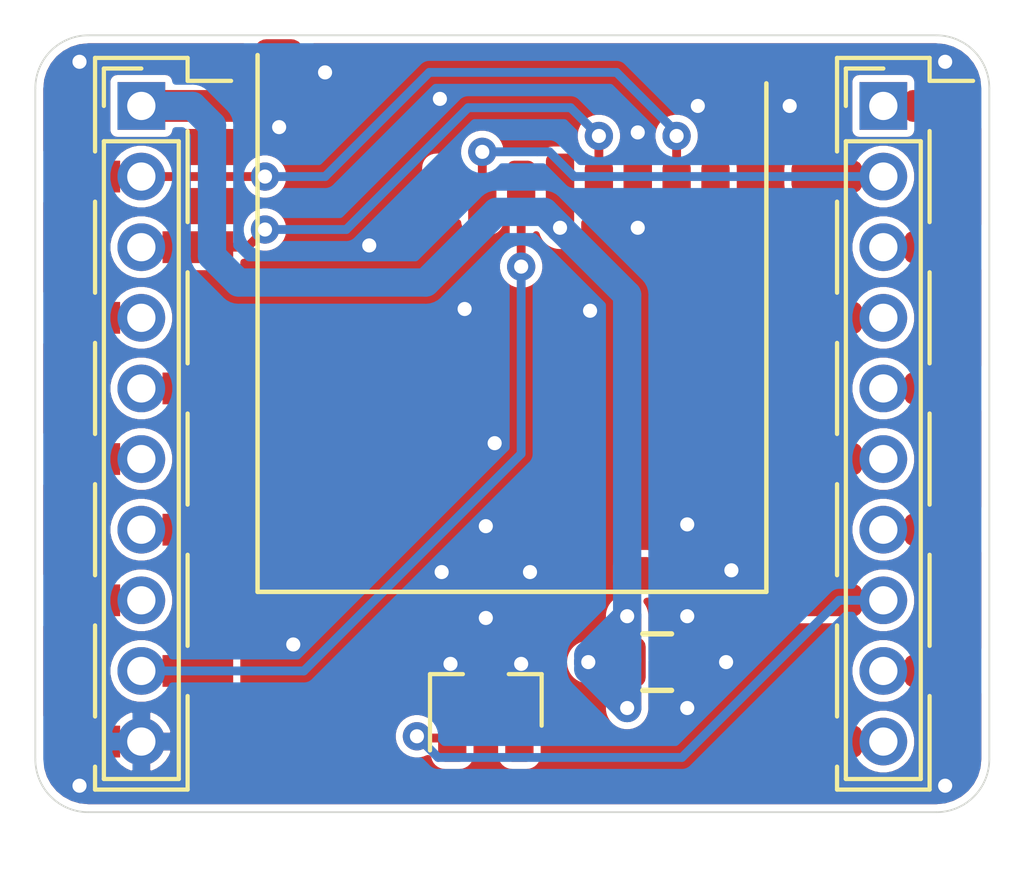
<source format=kicad_pcb>
(kicad_pcb (version 20171130) (host pcbnew "(5.1.5-0-10_14)")

  (general
    (thickness 1.6)
    (drawings 8)
    (tracks 139)
    (zones 0)
    (modules 7)
    (nets 25)
  )

  (page A4)
  (layers
    (0 F.Cu signal)
    (31 B.Cu signal)
    (32 B.Adhes user)
    (33 F.Adhes user)
    (34 B.Paste user)
    (35 F.Paste user)
    (36 B.SilkS user)
    (37 F.SilkS user)
    (38 B.Mask user)
    (39 F.Mask user)
    (40 Dwgs.User user)
    (41 Cmts.User user)
    (42 Eco1.User user)
    (43 Eco2.User user)
    (44 Edge.Cuts user)
    (45 Margin user)
    (46 B.CrtYd user)
    (47 F.CrtYd user)
    (48 B.Fab user)
    (49 F.Fab user)
  )

  (setup
    (last_trace_width 0.8)
    (user_trace_width 0.8)
    (trace_clearance 0.2)
    (zone_clearance 0.2)
    (zone_45_only no)
    (trace_min 0.2)
    (via_size 0.8)
    (via_drill 0.4)
    (via_min_size 0.4)
    (via_min_drill 0.3)
    (uvia_size 0.3)
    (uvia_drill 0.1)
    (uvias_allowed no)
    (uvia_min_size 0.2)
    (uvia_min_drill 0.1)
    (edge_width 0.05)
    (segment_width 0.2)
    (pcb_text_width 0.3)
    (pcb_text_size 1.5 1.5)
    (mod_edge_width 0.12)
    (mod_text_size 1 1)
    (mod_text_width 0.15)
    (pad_size 2 0.9)
    (pad_drill 0)
    (pad_to_mask_clearance 0.051)
    (solder_mask_min_width 0.25)
    (aux_axis_origin 0 0)
    (visible_elements FFFFFF7F)
    (pcbplotparams
      (layerselection 0x010fc_ffffffff)
      (usegerberextensions false)
      (usegerberattributes false)
      (usegerberadvancedattributes false)
      (creategerberjobfile false)
      (excludeedgelayer true)
      (linewidth 0.100000)
      (plotframeref false)
      (viasonmask false)
      (mode 1)
      (useauxorigin false)
      (hpglpennumber 1)
      (hpglpenspeed 20)
      (hpglpendiameter 15.000000)
      (psnegative false)
      (psa4output false)
      (plotreference true)
      (plotvalue true)
      (plotinvisibletext false)
      (padsonsilk false)
      (subtractmaskfromsilk false)
      (outputformat 1)
      (mirror false)
      (drillshape 1)
      (scaleselection 1)
      (outputdirectory ""))
  )

  (net 0 "")
  (net 1 VCC)
  (net 2 /SCK3)
  (net 3 /SCL)
  (net 4 /IO2)
  (net 5 /IO4)
  (net 6 /MISO3)
  (net 7 /SDA)
  (net 8 /IO1)
  (net 9 /IO3)
  (net 10 GND)
  (net 11 /RX2)
  (net 12 /MISO)
  (net 13 /NIO1)
  (net 14 /OW)
  (net 15 /VUSB)
  (net 16 /TX2)
  (net 17 /SCK)
  (net 18 /MOSI)
  (net 19 /WKUP)
  (net 20 /VCOM)
  (net 21 /SDD1)
  (net 22 /SDD2)
  (net 23 /Detect)
  (net 24 "Net-(U1-Pad2)")

  (net_class Default "This is the default net class."
    (clearance 0.2)
    (trace_width 0.25)
    (via_dia 0.8)
    (via_drill 0.4)
    (uvia_dia 0.3)
    (uvia_drill 0.1)
    (add_net /Detect)
    (add_net /IO1)
    (add_net /IO2)
    (add_net /IO3)
    (add_net /IO4)
    (add_net /MISO)
    (add_net /MISO3)
    (add_net /MOSI)
    (add_net /NIO1)
    (add_net /OW)
    (add_net /RX2)
    (add_net /SCK)
    (add_net /SCK3)
    (add_net /SCL)
    (add_net /SDA)
    (add_net /SDD1)
    (add_net /SDD2)
    (add_net /TX2)
    (add_net /VCOM)
    (add_net /VUSB)
    (add_net /WKUP)
    (add_net GND)
    (add_net "Net-(U1-Pad2)")
    (add_net VCC)
  )

  (module Connector_PinSocket_2.00mm:PinSocket_1x10_P2.00mm_Vertical_SMD_Pin1Right (layer F.Cu) (tedit 5A19A42E) (tstamp 5E7DD144)
    (at 139 68)
    (descr "surface-mounted straight socket strip, 1x10, 2.00mm pitch, single row, style 2 (pin 1 right) (https://www.jayconsystems.com/fileuploader/download/download/?d=1&file=custom%2Fupload%2FFile-1375728122.pdf), script generated")
    (tags "Surface mounted socket strip SMD 1x10 2.00mm single row style2 pin1 right")
    (path /5E7D463C)
    (attr smd)
    (fp_text reference J1 (at 0 -11.8) (layer F.SilkS) hide
      (effects (font (size 1 1) (thickness 0.15)))
    )
    (fp_text value Left (at 0 11.8) (layer F.Fab)
      (effects (font (size 1 1) (thickness 0.15)))
    )
    (fp_text user %R (at 0 0 90) (layer F.Fab)
      (effects (font (size 1 1) (thickness 0.15)))
    )
    (fp_line (start -3.1 10.8) (end -3.1 -10.8) (layer F.CrtYd) (width 0.05))
    (fp_line (start 3.1 10.8) (end -3.1 10.8) (layer F.CrtYd) (width 0.05))
    (fp_line (start 3.1 -10.8) (end 3.1 10.8) (layer F.CrtYd) (width 0.05))
    (fp_line (start -3.1 -10.8) (end 3.1 -10.8) (layer F.CrtYd) (width 0.05))
    (fp_line (start -2.1 9.25) (end -2.1 8.75) (layer F.Fab) (width 0.1))
    (fp_line (start -1.25 9.25) (end -2.1 9.25) (layer F.Fab) (width 0.1))
    (fp_line (start -2.1 8.75) (end -1.25 8.75) (layer F.Fab) (width 0.1))
    (fp_line (start 2.1 7.25) (end 1.25 7.25) (layer F.Fab) (width 0.1))
    (fp_line (start 2.1 6.75) (end 2.1 7.25) (layer F.Fab) (width 0.1))
    (fp_line (start 1.25 6.75) (end 2.1 6.75) (layer F.Fab) (width 0.1))
    (fp_line (start -2.1 5.25) (end -2.1 4.75) (layer F.Fab) (width 0.1))
    (fp_line (start -1.25 5.25) (end -2.1 5.25) (layer F.Fab) (width 0.1))
    (fp_line (start -2.1 4.75) (end -1.25 4.75) (layer F.Fab) (width 0.1))
    (fp_line (start 2.1 3.25) (end 1.25 3.25) (layer F.Fab) (width 0.1))
    (fp_line (start 2.1 2.75) (end 2.1 3.25) (layer F.Fab) (width 0.1))
    (fp_line (start 1.25 2.75) (end 2.1 2.75) (layer F.Fab) (width 0.1))
    (fp_line (start -2.1 1.25) (end -2.1 0.75) (layer F.Fab) (width 0.1))
    (fp_line (start -1.25 1.25) (end -2.1 1.25) (layer F.Fab) (width 0.1))
    (fp_line (start -2.1 0.75) (end -1.25 0.75) (layer F.Fab) (width 0.1))
    (fp_line (start 2.1 -0.75) (end 1.25 -0.75) (layer F.Fab) (width 0.1))
    (fp_line (start 2.1 -1.25) (end 2.1 -0.75) (layer F.Fab) (width 0.1))
    (fp_line (start 1.25 -1.25) (end 2.1 -1.25) (layer F.Fab) (width 0.1))
    (fp_line (start -2.1 -2.75) (end -2.1 -3.25) (layer F.Fab) (width 0.1))
    (fp_line (start -1.25 -2.75) (end -2.1 -2.75) (layer F.Fab) (width 0.1))
    (fp_line (start -2.1 -3.25) (end -1.25 -3.25) (layer F.Fab) (width 0.1))
    (fp_line (start 2.1 -4.75) (end 1.25 -4.75) (layer F.Fab) (width 0.1))
    (fp_line (start 2.1 -5.25) (end 2.1 -4.75) (layer F.Fab) (width 0.1))
    (fp_line (start 1.25 -5.25) (end 2.1 -5.25) (layer F.Fab) (width 0.1))
    (fp_line (start -2.1 -6.75) (end -2.1 -7.25) (layer F.Fab) (width 0.1))
    (fp_line (start -1.25 -6.75) (end -2.1 -6.75) (layer F.Fab) (width 0.1))
    (fp_line (start -2.1 -7.25) (end -1.25 -7.25) (layer F.Fab) (width 0.1))
    (fp_line (start 2.1 -8.75) (end 1.25 -8.75) (layer F.Fab) (width 0.1))
    (fp_line (start 2.1 -9.25) (end 2.1 -8.75) (layer F.Fab) (width 0.1))
    (fp_line (start 1.25 -9.25) (end 2.1 -9.25) (layer F.Fab) (width 0.1))
    (fp_line (start -1.25 10.3) (end -1.25 -10.3) (layer F.Fab) (width 0.1))
    (fp_line (start 1.25 10.3) (end -1.25 10.3) (layer F.Fab) (width 0.1))
    (fp_line (start 1.25 -9.675) (end 1.25 10.3) (layer F.Fab) (width 0.1))
    (fp_line (start 0.625 -10.3) (end 1.25 -9.675) (layer F.Fab) (width 0.1))
    (fp_line (start -1.25 -10.3) (end 0.625 -10.3) (layer F.Fab) (width 0.1))
    (fp_line (start 1.31 -9.71) (end 2.54 -9.71) (layer F.SilkS) (width 0.12))
    (fp_line (start -1.31 9.71) (end -1.31 10.36) (layer F.SilkS) (width 0.12))
    (fp_line (start -1.31 5.71) (end -1.31 8.29) (layer F.SilkS) (width 0.12))
    (fp_line (start -1.31 1.71) (end -1.31 4.29) (layer F.SilkS) (width 0.12))
    (fp_line (start -1.31 -2.29) (end -1.31 0.29) (layer F.SilkS) (width 0.12))
    (fp_line (start -1.31 -6.29) (end -1.31 -3.71) (layer F.SilkS) (width 0.12))
    (fp_line (start -1.31 -10.36) (end -1.31 -7.71) (layer F.SilkS) (width 0.12))
    (fp_line (start -1.31 10.36) (end 1.31 10.36) (layer F.SilkS) (width 0.12))
    (fp_line (start 1.31 7.71) (end 1.31 10.36) (layer F.SilkS) (width 0.12))
    (fp_line (start 1.31 3.71) (end 1.31 6.29) (layer F.SilkS) (width 0.12))
    (fp_line (start 1.31 -0.29) (end 1.31 2.29) (layer F.SilkS) (width 0.12))
    (fp_line (start 1.31 -4.29) (end 1.31 -1.71) (layer F.SilkS) (width 0.12))
    (fp_line (start 1.31 -8.29) (end 1.31 -5.71) (layer F.SilkS) (width 0.12))
    (fp_line (start 1.31 -10.36) (end 1.31 -9.71) (layer F.SilkS) (width 0.12))
    (fp_line (start -1.31 -10.36) (end 1.31 -10.36) (layer F.SilkS) (width 0.12))
    (pad 9 smd rect (at 1.6 7) (size 2 0.9) (layers F.Cu F.Paste F.Mask)
      (net 5 /IO4))
    (pad 7 smd rect (at 1.6 3) (size 2 0.9) (layers F.Cu F.Paste F.Mask)
      (net 4 /IO2))
    (pad 5 smd rect (at 1.6 -1) (size 2 0.9) (layers F.Cu F.Paste F.Mask)
      (net 3 /SCL))
    (pad 3 smd rect (at 1.6 -5) (size 2 0.9) (layers F.Cu F.Paste F.Mask)
      (net 2 /SCK3))
    (pad 1 smd rect (at 1.6 -9) (size 2 0.9) (layers F.Cu F.Paste F.Mask)
      (net 1 VCC))
    (pad 10 smd rect (at -1.6 9) (size 2 0.9) (layers F.Cu F.Paste F.Mask)
      (net 10 GND))
    (pad 8 smd rect (at -1.6 5) (size 2 0.9) (layers F.Cu F.Paste F.Mask)
      (net 9 /IO3))
    (pad 6 smd rect (at -1.6 1) (size 2 0.9) (layers F.Cu F.Paste F.Mask)
      (net 8 /IO1))
    (pad 4 smd rect (at -1.6 -3) (size 2 0.9) (layers F.Cu F.Paste F.Mask)
      (net 7 /SDA))
    (pad 2 smd rect (at -1.6 -7) (size 2 0.9) (layers F.Cu F.Paste F.Mask)
      (net 6 /MISO3))
    (model ${KISYS3DMOD}/Connector_PinSocket_2.00mm.3dshapes/PinSocket_1x10_P2.00mm_Vertical_SMD_Pin1Right.wrl
      (at (xyz 0 0 0))
      (scale (xyz 1 1 1))
      (rotate (xyz 0 0 0))
    )
  )

  (module Connector_PinSocket_2.00mm:PinSocket_1x10_P2.00mm_Vertical_SMD_Pin1Right (layer F.Cu) (tedit 5E7D7464) (tstamp 5E7DCFEF)
    (at 160 68)
    (descr "surface-mounted straight socket strip, 1x10, 2.00mm pitch, single row, style 2 (pin 1 right) (https://www.jayconsystems.com/fileuploader/download/download/?d=1&file=custom%2Fupload%2FFile-1375728122.pdf), script generated")
    (tags "Surface mounted socket strip SMD 1x10 2.00mm single row style2 pin1 right")
    (path /5E7D9FB6)
    (attr smd)
    (fp_text reference J2 (at 0 -11.8) (layer F.SilkS) hide
      (effects (font (size 1 1) (thickness 0.15)))
    )
    (fp_text value Right (at 0 11.8) (layer F.Fab)
      (effects (font (size 1 1) (thickness 0.15)))
    )
    (fp_line (start -1.31 -10.36) (end 1.31 -10.36) (layer F.SilkS) (width 0.12))
    (fp_line (start 1.31 -10.36) (end 1.31 -9.71) (layer F.SilkS) (width 0.12))
    (fp_line (start 1.31 -8.29) (end 1.31 -5.71) (layer F.SilkS) (width 0.12))
    (fp_line (start 1.31 -4.29) (end 1.31 -1.71) (layer F.SilkS) (width 0.12))
    (fp_line (start 1.31 -0.29) (end 1.31 2.29) (layer F.SilkS) (width 0.12))
    (fp_line (start 1.31 3.71) (end 1.31 6.29) (layer F.SilkS) (width 0.12))
    (fp_line (start 1.31 7.71) (end 1.31 10.36) (layer F.SilkS) (width 0.12))
    (fp_line (start -1.31 10.36) (end 1.31 10.36) (layer F.SilkS) (width 0.12))
    (fp_line (start -1.31 -10.36) (end -1.31 -7.71) (layer F.SilkS) (width 0.12))
    (fp_line (start -1.31 -6.29) (end -1.31 -3.71) (layer F.SilkS) (width 0.12))
    (fp_line (start -1.31 -2.29) (end -1.31 0.29) (layer F.SilkS) (width 0.12))
    (fp_line (start -1.31 1.71) (end -1.31 4.29) (layer F.SilkS) (width 0.12))
    (fp_line (start -1.31 5.71) (end -1.31 8.29) (layer F.SilkS) (width 0.12))
    (fp_line (start -1.31 9.71) (end -1.31 10.36) (layer F.SilkS) (width 0.12))
    (fp_line (start 1.31 -9.71) (end 2.54 -9.71) (layer F.SilkS) (width 0.12))
    (fp_line (start -1.25 -10.3) (end 0.625 -10.3) (layer F.Fab) (width 0.1))
    (fp_line (start 0.625 -10.3) (end 1.25 -9.675) (layer F.Fab) (width 0.1))
    (fp_line (start 1.25 -9.675) (end 1.25 10.3) (layer F.Fab) (width 0.1))
    (fp_line (start 1.25 10.3) (end -1.25 10.3) (layer F.Fab) (width 0.1))
    (fp_line (start -1.25 10.3) (end -1.25 -10.3) (layer F.Fab) (width 0.1))
    (fp_line (start 1.25 -9.25) (end 2.1 -9.25) (layer F.Fab) (width 0.1))
    (fp_line (start 2.1 -9.25) (end 2.1 -8.75) (layer F.Fab) (width 0.1))
    (fp_line (start 2.1 -8.75) (end 1.25 -8.75) (layer F.Fab) (width 0.1))
    (fp_line (start -2.1 -7.25) (end -1.25 -7.25) (layer F.Fab) (width 0.1))
    (fp_line (start -1.25 -6.75) (end -2.1 -6.75) (layer F.Fab) (width 0.1))
    (fp_line (start -2.1 -6.75) (end -2.1 -7.25) (layer F.Fab) (width 0.1))
    (fp_line (start 1.25 -5.25) (end 2.1 -5.25) (layer F.Fab) (width 0.1))
    (fp_line (start 2.1 -5.25) (end 2.1 -4.75) (layer F.Fab) (width 0.1))
    (fp_line (start 2.1 -4.75) (end 1.25 -4.75) (layer F.Fab) (width 0.1))
    (fp_line (start -2.1 -3.25) (end -1.25 -3.25) (layer F.Fab) (width 0.1))
    (fp_line (start -1.25 -2.75) (end -2.1 -2.75) (layer F.Fab) (width 0.1))
    (fp_line (start -2.1 -2.75) (end -2.1 -3.25) (layer F.Fab) (width 0.1))
    (fp_line (start 1.25 -1.25) (end 2.1 -1.25) (layer F.Fab) (width 0.1))
    (fp_line (start 2.1 -1.25) (end 2.1 -0.75) (layer F.Fab) (width 0.1))
    (fp_line (start 2.1 -0.75) (end 1.25 -0.75) (layer F.Fab) (width 0.1))
    (fp_line (start -2.1 0.75) (end -1.25 0.75) (layer F.Fab) (width 0.1))
    (fp_line (start -1.25 1.25) (end -2.1 1.25) (layer F.Fab) (width 0.1))
    (fp_line (start -2.1 1.25) (end -2.1 0.75) (layer F.Fab) (width 0.1))
    (fp_line (start 1.25 2.75) (end 2.1 2.75) (layer F.Fab) (width 0.1))
    (fp_line (start 2.1 2.75) (end 2.1 3.25) (layer F.Fab) (width 0.1))
    (fp_line (start 2.1 3.25) (end 1.25 3.25) (layer F.Fab) (width 0.1))
    (fp_line (start -2.1 4.75) (end -1.25 4.75) (layer F.Fab) (width 0.1))
    (fp_line (start -1.25 5.25) (end -2.1 5.25) (layer F.Fab) (width 0.1))
    (fp_line (start -2.1 5.25) (end -2.1 4.75) (layer F.Fab) (width 0.1))
    (fp_line (start 1.25 6.75) (end 2.1 6.75) (layer F.Fab) (width 0.1))
    (fp_line (start 2.1 6.75) (end 2.1 7.25) (layer F.Fab) (width 0.1))
    (fp_line (start 2.1 7.25) (end 1.25 7.25) (layer F.Fab) (width 0.1))
    (fp_line (start -2.1 8.75) (end -1.25 8.75) (layer F.Fab) (width 0.1))
    (fp_line (start -1.25 9.25) (end -2.1 9.25) (layer F.Fab) (width 0.1))
    (fp_line (start -2.1 9.25) (end -2.1 8.75) (layer F.Fab) (width 0.1))
    (fp_line (start -3.1 -10.8) (end 3.1 -10.8) (layer F.CrtYd) (width 0.05))
    (fp_line (start 3.1 -10.8) (end 3.1 10.8) (layer F.CrtYd) (width 0.05))
    (fp_line (start 3.1 10.8) (end -3.1 10.8) (layer F.CrtYd) (width 0.05))
    (fp_line (start -3.1 10.8) (end -3.1 -10.8) (layer F.CrtYd) (width 0.05))
    (fp_text user %R (at 0 0 90) (layer F.Fab)
      (effects (font (size 1 1) (thickness 0.15)))
    )
    (pad 2 smd roundrect (at -1.6 -7) (size 2 0.9) (layers F.Cu F.Paste F.Mask) (roundrect_rratio 0.25)
      (net 11 /RX2))
    (pad 4 smd roundrect (at -1.6 -3) (size 2 0.9) (layers F.Cu F.Paste F.Mask) (roundrect_rratio 0.25)
      (net 12 /MISO))
    (pad 6 smd roundrect (at -1.6 1) (size 2 0.9) (layers F.Cu F.Paste F.Mask) (roundrect_rratio 0.25)
      (net 13 /NIO1))
    (pad 8 smd roundrect (at -1.6 5) (size 2 0.9) (layers F.Cu F.Paste F.Mask) (roundrect_rratio 0.25)
      (net 14 /OW))
    (pad 10 smd roundrect (at -1.6 9) (size 2 0.9) (layers F.Cu F.Paste F.Mask) (roundrect_rratio 0.25)
      (net 15 /VUSB))
    (pad 1 smd roundrect (at 1.6 -9) (size 2 0.9) (layers F.Cu F.Paste F.Mask) (roundrect_rratio 0.25)
      (net 16 /TX2))
    (pad 3 smd roundrect (at 1.6 -5) (size 2 0.9) (layers F.Cu F.Paste F.Mask) (roundrect_rratio 0.25)
      (net 17 /SCK))
    (pad 5 smd roundrect (at 1.6 -1) (size 2 0.9) (layers F.Cu F.Paste F.Mask) (roundrect_rratio 0.25)
      (net 18 /MOSI))
    (pad 7 smd roundrect (at 1.6 3) (size 2 0.9) (layers F.Cu F.Paste F.Mask) (roundrect_rratio 0.25)
      (net 19 /WKUP))
    (pad 9 smd roundrect (at 1.6 7) (size 2 0.9) (layers F.Cu F.Paste F.Mask) (roundrect_rratio 0.25)
      (net 20 /VCOM))
    (model ${KISYS3DMOD}/Connector_PinSocket_2.00mm.3dshapes/PinSocket_1x10_P2.00mm_Vertical_SMD_Pin1Right.wrl
      (at (xyz 0 0 0))
      (scale (xyz 1 1 1))
      (rotate (xyz 0 0 0))
    )
  )

  (module stdpads:Molex_473521001_microSD (layer F.Cu) (tedit 5CFD75C8) (tstamp 5E7E7000)
    (at 151.95 65 180)
    (path /5E7E354F)
    (attr smd)
    (fp_text reference J5 (at 0.91 0.5) (layer F.SilkS) hide
      (effects (font (size 1 1) (thickness 0.15)))
    )
    (fp_text value microSD (at 0.91 -0.5) (layer F.Fab)
      (effects (font (size 1 1) (thickness 0.15)))
    )
    (fp_line (start -4.74 -7.76) (end -4.74 6.64) (layer F.SilkS) (width 0.127))
    (fp_line (start 6.96 6.64) (end -4.54 6.64) (layer F.Fab) (width 0.127))
    (fp_line (start 6.96 7.64) (end 6.96 6.64) (layer F.Fab) (width 0.127))
    (fp_line (start 9.46 7.64) (end 6.96 7.64) (layer F.Fab) (width 0.127))
    (fp_line (start 9.46 -7.56) (end 9.46 7.64) (layer F.Fab) (width 0.127))
    (fp_line (start -4.54 -7.56) (end 9.46 -7.56) (layer F.Fab) (width 0.127))
    (fp_line (start -4.74 -7.76) (end 9.66 -7.76) (layer F.SilkS) (width 0.127))
    (fp_line (start 9.66 -7.76) (end 9.66 7.44) (layer F.SilkS) (width 0.127))
    (fp_line (start -4.54 -7.56) (end -4.54 6.64) (layer F.Fab) (width 0.127))
    (pad 8 smd roundrect (at -3.3 3.7 180) (size 0.8 1.5) (layers F.Cu F.Paste F.Mask) (roundrect_rratio 0.25)
      (net 21 /SDD1))
    (pad 7 smd roundrect (at -2.2 3.7 180) (size 0.8 1.5) (layers F.Cu F.Paste F.Mask) (roundrect_rratio 0.25)
      (net 6 /MISO3))
    (pad 6 smd roundrect (at -1.1 3.9 180) (size 0.8 1.5) (layers F.Cu F.Paste F.Mask) (roundrect_rratio 0.25)
      (net 10 GND))
    (pad 5 smd roundrect (at 0 3.7 180) (size 0.8 1.5) (layers F.Cu F.Paste F.Mask) (roundrect_rratio 0.25)
      (net 2 /SCK3))
    (pad 4 smd roundrect (at 1.1 3.9 180) (size 0.8 1.5) (layers F.Cu F.Paste F.Mask) (roundrect_rratio 0.25)
      (net 1 VCC))
    (pad 3 smd roundrect (at 2.2 3.7 180) (size 0.8 1.5) (layers F.Cu F.Paste F.Mask) (roundrect_rratio 0.25)
      (net 5 /IO4))
    (pad 2 smd roundrect (at 3.3 3.3 180) (size 0.8 1.5) (layers F.Cu F.Paste F.Mask) (roundrect_rratio 0.25)
      (net 11 /RX2))
    (pad 1 smd roundrect (at 4.4 3.7 180) (size 0.8 1.5) (layers F.Cu F.Paste F.Mask) (roundrect_rratio 0.25)
      (net 22 /SDD2))
    (pad 10 smd roundrect (at 9.06 6.94 180) (size 1.4 1.9) (layers F.Cu F.Paste F.Mask) (roundrect_rratio 0.25)
      (net 10 GND))
    (pad 10 smd roundrect (at 3.21 -7.21 180) (size 1.3 1.4) (layers F.Cu F.Paste F.Mask) (roundrect_rratio 0.25)
      (net 10 GND))
    (pad 9 smd roundrect (at -1.1 -7.25 180) (size 1 0.95) (layers F.Cu F.Paste F.Mask) (roundrect_rratio 0.25)
      (net 23 /Detect))
    (pad 10 smd roundrect (at -2.49 -7.16 180) (size 1.3 1.4) (layers F.Cu F.Paste F.Mask) (roundrect_rratio 0.25)
      (net 10 GND))
    (pad 10 smd roundrect (at -4.09 5.99 180) (size 1.4 1.9) (layers F.Cu F.Paste F.Mask) (roundrect_rratio 0.25)
      (net 10 GND))
  )

  (module stdpads:SOT-23 (layer F.Cu) (tedit 5BD633E3) (tstamp 5E7DFC0D)
    (at 148.75 75.85 90)
    (tags SOT-23)
    (path /5E7DA8BC)
    (attr smd)
    (fp_text reference U1 (at 0 -2.15 90) (layer F.SilkS) hide
      (effects (font (size 0.508 0.508) (thickness 0.127)))
    )
    (fp_text value DS28E05 (at 0 1.4 90) (layer F.Fab)
      (effects (font (size 0.127 0.127) (thickness 0.03175)))
    )
    (fp_line (start 0.76 1.58) (end -0.7 1.58) (layer F.SilkS) (width 0.12))
    (fp_line (start 0.76 -1.58) (end -1.4 -1.58) (layer F.SilkS) (width 0.12))
    (fp_line (start -2 1.8) (end -2 -1.8) (layer F.CrtYd) (width 0.05))
    (fp_line (start 2 1.8) (end -2 1.8) (layer F.CrtYd) (width 0.05))
    (fp_line (start 2 -1.8) (end 2 1.8) (layer F.CrtYd) (width 0.05))
    (fp_line (start -2 -1.8) (end 2 -1.8) (layer F.CrtYd) (width 0.05))
    (fp_line (start 0.76 -1.58) (end 0.76 -0.65) (layer F.SilkS) (width 0.12))
    (fp_line (start 0.76 1.58) (end 0.76 0.65) (layer F.SilkS) (width 0.12))
    (fp_line (start -0.7 1.52) (end 0.7 1.52) (layer F.Fab) (width 0.1))
    (fp_line (start 0.7 -1.52) (end 0.7 1.52) (layer F.Fab) (width 0.1))
    (fp_line (start -0.7 -0.95) (end -0.15 -1.52) (layer F.Fab) (width 0.1))
    (fp_line (start -0.15 -1.52) (end 0.7 -1.52) (layer F.Fab) (width 0.1))
    (fp_line (start -0.7 -0.95) (end -0.7 1.5) (layer F.Fab) (width 0.1))
    (fp_text user %R (at 0 0) (layer F.Fab)
      (effects (font (size 0.254 0.254) (thickness 0.0635)))
    )
    (pad 3 smd roundrect (at 1.05 0 90) (size 1.35 0.8) (layers F.Cu F.Paste F.Mask) (roundrect_rratio 0.25)
      (net 10 GND))
    (pad 2 smd roundrect (at -1.05 0.95 90) (size 1.35 0.8) (layers F.Cu F.Paste F.Mask) (roundrect_rratio 0.25)
      (net 24 "Net-(U1-Pad2)"))
    (pad 1 smd roundrect (at -1.05 -0.95 90) (size 1.35 0.8) (layers F.Cu F.Paste F.Mask) (roundrect_rratio 0.25)
      (net 14 /OW))
    (model ${KISYS3DMOD}/Package_TO_SOT_SMD.3dshapes/SOT-23.wrl
      (at (xyz 0 0 0))
      (scale (xyz 1 1 1))
      (rotate (xyz 0 0 0))
    )
  )

  (module stdpads:C_0805 (layer F.Cu) (tedit 5CC26793) (tstamp 5E7DFC96)
    (at 153.6 74.75)
    (tags capacitor)
    (path /5E7E357E)
    (attr smd)
    (fp_text reference C1 (at 0 -1.5) (layer F.SilkS) hide
      (effects (font (size 0.8128 0.8128) (thickness 0.1524)))
    )
    (fp_text value 2u2 (at 0 0.9) (layer F.Fab) hide
      (effects (font (size 0.127 0.127) (thickness 0.03175)))
    )
    (fp_line (start -1 0.625) (end -1 -0.625) (layer F.Fab) (width 0.15))
    (fp_line (start -1 -0.625) (end 1 -0.625) (layer F.Fab) (width 0.15))
    (fp_line (start 1 -0.625) (end 1 0.625) (layer F.Fab) (width 0.15))
    (fp_line (start 1 0.625) (end -1 0.625) (layer F.Fab) (width 0.15))
    (fp_line (start -0.4064 -0.8) (end 0.4064 -0.8) (layer F.SilkS) (width 0.1524))
    (fp_line (start -0.4064 0.8) (end 0.4064 0.8) (layer F.SilkS) (width 0.1524))
    (fp_line (start -1.7 1) (end -1.7 -1) (layer F.CrtYd) (width 0.05))
    (fp_line (start -1.7 -1) (end 1.7 -1) (layer F.CrtYd) (width 0.05))
    (fp_line (start 1.7 -1) (end 1.7 1) (layer F.CrtYd) (width 0.05))
    (fp_line (start 1.7 1) (end -1.7 1) (layer F.CrtYd) (width 0.05))
    (fp_text user %R (at 0 0 90) (layer F.Fab)
      (effects (font (size 0.254 0.254) (thickness 0.0635)))
    )
    (pad 1 smd roundrect (at -0.85 0) (size 1.05 1.4) (layers F.Cu F.Paste F.Mask) (roundrect_rratio 0.25)
      (net 1 VCC))
    (pad 2 smd roundrect (at 0.85 0) (size 1.05 1.4) (layers F.Cu F.Paste F.Mask) (roundrect_rratio 0.25)
      (net 10 GND))
    (model ${KISYS3DMOD}/Capacitor_SMD.3dshapes/C_0805_2012Metric.wrl
      (at (xyz 0 0 0))
      (scale (xyz 1 1 1))
      (rotate (xyz 0 0 0))
    )
  )

  (module Connector_PinHeader_2.00mm:PinHeader_1x10_P2.00mm_Vertical (layer F.Cu) (tedit 59FED667) (tstamp 5E7DF17B)
    (at 139 59)
    (descr "Through hole straight pin header, 1x10, 2.00mm pitch, single row")
    (tags "Through hole pin header THT 1x10 2.00mm single row")
    (path /5E7F6662)
    (fp_text reference J3 (at 0 -2.06) (layer F.SilkS) hide
      (effects (font (size 1 1) (thickness 0.15)))
    )
    (fp_text value Left (at 0 20.06) (layer F.Fab)
      (effects (font (size 1 1) (thickness 0.15)))
    )
    (fp_line (start -0.5 -1) (end 1 -1) (layer F.Fab) (width 0.1))
    (fp_line (start 1 -1) (end 1 19) (layer F.Fab) (width 0.1))
    (fp_line (start 1 19) (end -1 19) (layer F.Fab) (width 0.1))
    (fp_line (start -1 19) (end -1 -0.5) (layer F.Fab) (width 0.1))
    (fp_line (start -1 -0.5) (end -0.5 -1) (layer F.Fab) (width 0.1))
    (fp_line (start -1.06 19.06) (end 1.06 19.06) (layer F.SilkS) (width 0.12))
    (fp_line (start -1.06 1) (end -1.06 19.06) (layer F.SilkS) (width 0.12))
    (fp_line (start 1.06 1) (end 1.06 19.06) (layer F.SilkS) (width 0.12))
    (fp_line (start -1.06 1) (end 1.06 1) (layer F.SilkS) (width 0.12))
    (fp_line (start -1.06 0) (end -1.06 -1.06) (layer F.SilkS) (width 0.12))
    (fp_line (start -1.06 -1.06) (end 0 -1.06) (layer F.SilkS) (width 0.12))
    (fp_line (start -1.5 -1.5) (end -1.5 19.5) (layer F.CrtYd) (width 0.05))
    (fp_line (start -1.5 19.5) (end 1.5 19.5) (layer F.CrtYd) (width 0.05))
    (fp_line (start 1.5 19.5) (end 1.5 -1.5) (layer F.CrtYd) (width 0.05))
    (fp_line (start 1.5 -1.5) (end -1.5 -1.5) (layer F.CrtYd) (width 0.05))
    (fp_text user %R (at 0 9 90) (layer F.Fab)
      (effects (font (size 1 1) (thickness 0.15)))
    )
    (pad 1 thru_hole rect (at 0 0) (size 1.35 1.35) (drill 0.8) (layers *.Cu *.Mask)
      (net 1 VCC))
    (pad 2 thru_hole oval (at 0 2) (size 1.35 1.35) (drill 0.8) (layers *.Cu *.Mask)
      (net 6 /MISO3))
    (pad 3 thru_hole oval (at 0 4) (size 1.35 1.35) (drill 0.8) (layers *.Cu *.Mask)
      (net 2 /SCK3))
    (pad 4 thru_hole oval (at 0 6) (size 1.35 1.35) (drill 0.8) (layers *.Cu *.Mask)
      (net 7 /SDA))
    (pad 5 thru_hole oval (at 0 8) (size 1.35 1.35) (drill 0.8) (layers *.Cu *.Mask)
      (net 3 /SCL))
    (pad 6 thru_hole oval (at 0 10) (size 1.35 1.35) (drill 0.8) (layers *.Cu *.Mask)
      (net 8 /IO1))
    (pad 7 thru_hole oval (at 0 12) (size 1.35 1.35) (drill 0.8) (layers *.Cu *.Mask)
      (net 4 /IO2))
    (pad 8 thru_hole oval (at 0 14) (size 1.35 1.35) (drill 0.8) (layers *.Cu *.Mask)
      (net 9 /IO3))
    (pad 9 thru_hole oval (at 0 16) (size 1.35 1.35) (drill 0.8) (layers *.Cu *.Mask)
      (net 5 /IO4))
    (pad 10 thru_hole oval (at 0 18) (size 1.35 1.35) (drill 0.8) (layers *.Cu *.Mask)
      (net 10 GND))
    (model ${KISYS3DMOD}/Connector_PinHeader_2.00mm.3dshapes/PinHeader_1x10_P2.00mm_Vertical.wrl
      (at (xyz 0 0 0))
      (scale (xyz 1 1 1))
      (rotate (xyz 0 0 0))
    )
  )

  (module Connector_PinHeader_2.00mm:PinHeader_1x10_P2.00mm_Vertical (layer F.Cu) (tedit 59FED667) (tstamp 5E7DF199)
    (at 160 59)
    (descr "Through hole straight pin header, 1x10, 2.00mm pitch, single row")
    (tags "Through hole pin header THT 1x10 2.00mm single row")
    (path /5E7FB483)
    (fp_text reference J4 (at 0 -2.06) (layer F.SilkS) hide
      (effects (font (size 1 1) (thickness 0.15)))
    )
    (fp_text value Right (at 0 20.06) (layer F.Fab)
      (effects (font (size 1 1) (thickness 0.15)))
    )
    (fp_text user %R (at 0 9 90) (layer F.Fab)
      (effects (font (size 1 1) (thickness 0.15)))
    )
    (fp_line (start 1.5 -1.5) (end -1.5 -1.5) (layer F.CrtYd) (width 0.05))
    (fp_line (start 1.5 19.5) (end 1.5 -1.5) (layer F.CrtYd) (width 0.05))
    (fp_line (start -1.5 19.5) (end 1.5 19.5) (layer F.CrtYd) (width 0.05))
    (fp_line (start -1.5 -1.5) (end -1.5 19.5) (layer F.CrtYd) (width 0.05))
    (fp_line (start -1.06 -1.06) (end 0 -1.06) (layer F.SilkS) (width 0.12))
    (fp_line (start -1.06 0) (end -1.06 -1.06) (layer F.SilkS) (width 0.12))
    (fp_line (start -1.06 1) (end 1.06 1) (layer F.SilkS) (width 0.12))
    (fp_line (start 1.06 1) (end 1.06 19.06) (layer F.SilkS) (width 0.12))
    (fp_line (start -1.06 1) (end -1.06 19.06) (layer F.SilkS) (width 0.12))
    (fp_line (start -1.06 19.06) (end 1.06 19.06) (layer F.SilkS) (width 0.12))
    (fp_line (start -1 -0.5) (end -0.5 -1) (layer F.Fab) (width 0.1))
    (fp_line (start -1 19) (end -1 -0.5) (layer F.Fab) (width 0.1))
    (fp_line (start 1 19) (end -1 19) (layer F.Fab) (width 0.1))
    (fp_line (start 1 -1) (end 1 19) (layer F.Fab) (width 0.1))
    (fp_line (start -0.5 -1) (end 1 -1) (layer F.Fab) (width 0.1))
    (pad 10 thru_hole oval (at 0 18) (size 1.35 1.35) (drill 0.8) (layers *.Cu *.Mask)
      (net 15 /VUSB))
    (pad 9 thru_hole oval (at 0 16) (size 1.35 1.35) (drill 0.8) (layers *.Cu *.Mask)
      (net 20 /VCOM))
    (pad 8 thru_hole oval (at 0 14) (size 1.35 1.35) (drill 0.8) (layers *.Cu *.Mask)
      (net 14 /OW))
    (pad 7 thru_hole oval (at 0 12) (size 1.35 1.35) (drill 0.8) (layers *.Cu *.Mask)
      (net 19 /WKUP))
    (pad 6 thru_hole oval (at 0 10) (size 1.35 1.35) (drill 0.8) (layers *.Cu *.Mask)
      (net 13 /NIO1))
    (pad 5 thru_hole oval (at 0 8) (size 1.35 1.35) (drill 0.8) (layers *.Cu *.Mask)
      (net 18 /MOSI))
    (pad 4 thru_hole oval (at 0 6) (size 1.35 1.35) (drill 0.8) (layers *.Cu *.Mask)
      (net 12 /MISO))
    (pad 3 thru_hole oval (at 0 4) (size 1.35 1.35) (drill 0.8) (layers *.Cu *.Mask)
      (net 17 /SCK))
    (pad 2 thru_hole oval (at 0 2) (size 1.35 1.35) (drill 0.8) (layers *.Cu *.Mask)
      (net 11 /RX2))
    (pad 1 thru_hole rect (at 0 0) (size 1.35 1.35) (drill 0.8) (layers *.Cu *.Mask)
      (net 16 /TX2))
    (model ${KISYS3DMOD}/Connector_PinHeader_2.00mm.3dshapes/PinHeader_1x10_P2.00mm_Vertical.wrl
      (at (xyz 0 0 0))
      (scale (xyz 1 1 1))
      (rotate (xyz 0 0 0))
    )
  )

  (gr_arc (start 161.5 58.5) (end 163 58.5) (angle -90) (layer Edge.Cuts) (width 0.05) (tstamp 5E7E7558))
  (gr_arc (start 137.5 58.5) (end 137.5 57) (angle -90) (layer Edge.Cuts) (width 0.05) (tstamp 5E7E7545))
  (gr_arc (start 161.5 77.5) (end 161.5 79) (angle -90) (layer Edge.Cuts) (width 0.05) (tstamp 5E7E7532))
  (gr_arc (start 137.5 77.5) (end 136 77.5) (angle -90) (layer Edge.Cuts) (width 0.05))
  (gr_line (start 161.5 57) (end 137.5 57) (layer Edge.Cuts) (width 0.05) (tstamp 5E7E12B2))
  (gr_line (start 163 77.5) (end 163 58.5) (layer Edge.Cuts) (width 0.05))
  (gr_line (start 137.5 79) (end 161.5 79) (layer Edge.Cuts) (width 0.05))
  (gr_line (start 136 58.5) (end 136 77.5) (layer Edge.Cuts) (width 0.05))

  (via (at 152.75 73.45) (size 0.8) (drill 0.4) (layers F.Cu B.Cu) (net 1))
  (segment (start 152.75 74.75) (end 152.75 73.45) (width 0.8) (layer F.Cu) (net 1))
  (via (at 151.65 74.75) (size 0.8) (drill 0.4) (layers F.Cu B.Cu) (net 1))
  (segment (start 152.75 74.75) (end 151.65 74.75) (width 0.8) (layer F.Cu) (net 1))
  (via (at 152.75 76.05) (size 0.8) (drill 0.4) (layers F.Cu B.Cu) (net 1))
  (segment (start 152.75 74.75) (end 152.75 76.05) (width 0.8) (layer F.Cu) (net 1))
  (segment (start 151.65 74.95) (end 152.75 76.05) (width 0.8) (layer B.Cu) (net 1))
  (segment (start 151.65 74.75) (end 151.65 74.95) (width 0.8) (layer B.Cu) (net 1))
  (segment (start 151.65 74.55) (end 151.65 74.75) (width 0.8) (layer B.Cu) (net 1))
  (segment (start 152.75 73.45) (end 151.65 74.55) (width 0.8) (layer B.Cu) (net 1))
  (segment (start 152.7 74.75) (end 152.75 74.7) (width 0.8) (layer B.Cu) (net 1))
  (segment (start 151.65 74.75) (end 152.7 74.75) (width 0.8) (layer B.Cu) (net 1))
  (segment (start 152.75 74.7) (end 152.75 73.45) (width 0.8) (layer B.Cu) (net 1))
  (segment (start 152.75 76.05) (end 152.75 74.7) (width 0.8) (layer B.Cu) (net 1))
  (segment (start 150.85 61.1) (end 150.85 62.45) (width 0.8) (layer F.Cu) (net 1))
  (via (at 150.85 62.45) (size 0.8) (drill 0.4) (layers F.Cu B.Cu) (net 1))
  (segment (start 152.75 64.35) (end 150.85 62.45) (width 0.8) (layer B.Cu) (net 1))
  (segment (start 152.75 73.45) (end 152.75 64.35) (width 0.8) (layer B.Cu) (net 1))
  (segment (start 139 59) (end 140.6 59) (width 0.25) (layer F.Cu) (net 1))
  (segment (start 140.45 59) (end 139 59) (width 0.8) (layer B.Cu) (net 1))
  (segment (start 149.05 62) (end 147.05 64) (width 0.8) (layer B.Cu) (net 1))
  (segment (start 150.85 62.45) (end 150.4 62) (width 0.8) (layer B.Cu) (net 1))
  (segment (start 141 59.55) (end 140.45 59) (width 0.8) (layer B.Cu) (net 1))
  (segment (start 147.05 64) (end 141.75 64) (width 0.8) (layer B.Cu) (net 1))
  (segment (start 141 63.25) (end 141 59.55) (width 0.8) (layer B.Cu) (net 1))
  (segment (start 141.75 64) (end 141 63.25) (width 0.8) (layer B.Cu) (net 1))
  (segment (start 150.4 62) (end 149.05 62) (width 0.8) (layer B.Cu) (net 1))
  (segment (start 151.95 61.3) (end 151.95 59.85) (width 0.25) (layer F.Cu) (net 2))
  (via (at 151.95 59.85) (size 0.8) (drill 0.4) (layers F.Cu B.Cu) (net 2))
  (segment (start 139 63) (end 140.6 63) (width 0.25) (layer F.Cu) (net 2))
  (segment (start 148.25 59.05) (end 151.15 59.05) (width 0.25) (layer B.Cu) (net 2))
  (segment (start 144.8 62.5) (end 148.25 59.05) (width 0.25) (layer B.Cu) (net 2))
  (segment (start 142.5 62.5) (end 144.8 62.5) (width 0.25) (layer B.Cu) (net 2))
  (segment (start 151.15 59.05) (end 151.95 59.85) (width 0.25) (layer B.Cu) (net 2))
  (via (at 142.5 62.5) (size 0.8) (drill 0.4) (layers F.Cu B.Cu) (net 2))
  (segment (start 142.5 62.5) (end 142 63) (width 0.25) (layer F.Cu) (net 2))
  (segment (start 142 63) (end 139 63) (width 0.25) (layer F.Cu) (net 2))
  (segment (start 139 67) (end 140.6 67) (width 0.25) (layer F.Cu) (net 3))
  (segment (start 139 71) (end 140.6 71) (width 0.25) (layer F.Cu) (net 4))
  (via (at 149.75 63.55) (size 0.8) (drill 0.4) (layers F.Cu B.Cu) (net 5))
  (segment (start 149.75 61.3) (end 149.75 63.55) (width 0.25) (layer F.Cu) (net 5))
  (segment (start 140.6 75) (end 139 75) (width 0.25) (layer F.Cu) (net 5))
  (segment (start 143.6 75) (end 139 75) (width 0.25) (layer B.Cu) (net 5))
  (segment (start 149.75 68.85) (end 143.6 75) (width 0.25) (layer B.Cu) (net 5))
  (segment (start 149.75 63.55) (end 149.75 68.85) (width 0.25) (layer B.Cu) (net 5))
  (segment (start 139.05 61.05) (end 139 61) (width 0.25) (layer B.Cu) (net 6))
  (via (at 142.5 61) (size 0.8) (drill 0.4) (layers F.Cu B.Cu) (net 6))
  (segment (start 154.15 59.85) (end 154.15 61.3) (width 0.25) (layer F.Cu) (net 6))
  (via (at 154.15 59.85) (size 0.8) (drill 0.4) (layers F.Cu B.Cu) (net 6))
  (segment (start 144.2 61) (end 142.5 61) (width 0.25) (layer B.Cu) (net 6))
  (segment (start 147.15 58.05) (end 144.2 61) (width 0.25) (layer B.Cu) (net 6))
  (segment (start 152.45 58.05) (end 147.15 58.05) (width 0.25) (layer B.Cu) (net 6))
  (segment (start 154.15 59.75) (end 152.45 58.05) (width 0.25) (layer B.Cu) (net 6))
  (segment (start 154.15 59.85) (end 154.15 59.75) (width 0.25) (layer B.Cu) (net 6))
  (segment (start 139 61) (end 137.4 61) (width 0.25) (layer F.Cu) (net 6))
  (segment (start 139 61) (end 142.5 61) (width 0.25) (layer F.Cu) (net 6))
  (segment (start 139 65) (end 137.4 65) (width 0.25) (layer F.Cu) (net 7))
  (segment (start 139 69) (end 137.4 69) (width 0.25) (layer F.Cu) (net 8))
  (segment (start 137.4 73) (end 139 73) (width 0.25) (layer F.Cu) (net 9))
  (via (at 157.35 59) (size 0.8) (drill 0.4) (layers F.Cu B.Cu) (net 10))
  (segment (start 157.34 59.01) (end 157.35 59) (width 0.8) (layer F.Cu) (net 10))
  (segment (start 156.04 59.01) (end 157.34 59.01) (width 0.8) (layer F.Cu) (net 10))
  (via (at 154.75 59) (size 0.8) (drill 0.4) (layers F.Cu B.Cu) (net 10))
  (segment (start 154.76 59.01) (end 154.75 59) (width 0.8) (layer F.Cu) (net 10))
  (segment (start 156.04 59.01) (end 154.76 59.01) (width 0.8) (layer F.Cu) (net 10))
  (via (at 144.2 58.05) (size 0.8) (drill 0.4) (layers F.Cu B.Cu) (net 10))
  (segment (start 144.19 58.06) (end 144.2 58.05) (width 0.8) (layer F.Cu) (net 10))
  (segment (start 142.89 58.06) (end 144.19 58.06) (width 0.8) (layer F.Cu) (net 10))
  (via (at 142.9 59.6) (size 0.8) (drill 0.4) (layers F.Cu B.Cu) (net 10))
  (segment (start 142.89 59.59) (end 142.9 59.6) (width 0.8) (layer F.Cu) (net 10))
  (segment (start 142.89 58.06) (end 142.89 59.59) (width 0.8) (layer F.Cu) (net 10))
  (via (at 147.5 72.2) (size 0.8) (drill 0.4) (layers F.Cu B.Cu) (net 10))
  (segment (start 147.51 72.21) (end 147.5 72.2) (width 0.8) (layer F.Cu) (net 10))
  (segment (start 148.74 72.21) (end 147.51 72.21) (width 0.8) (layer F.Cu) (net 10))
  (via (at 148.75 70.9) (size 0.8) (drill 0.4) (layers F.Cu B.Cu) (net 10))
  (segment (start 148.74 70.91) (end 148.75 70.9) (width 0.8) (layer F.Cu) (net 10))
  (segment (start 148.74 72.21) (end 148.74 70.91) (width 0.8) (layer F.Cu) (net 10))
  (segment (start 149.99 72.21) (end 150 72.2) (width 0.8) (layer F.Cu) (net 10))
  (via (at 150 72.2) (size 0.8) (drill 0.4) (layers F.Cu B.Cu) (net 10))
  (segment (start 148.74 72.21) (end 149.99 72.21) (width 0.8) (layer F.Cu) (net 10))
  (via (at 148.75 73.5) (size 0.8) (drill 0.4) (layers F.Cu B.Cu) (net 10))
  (segment (start 148.74 73.49) (end 148.75 73.5) (width 0.8) (layer F.Cu) (net 10))
  (segment (start 148.74 72.21) (end 148.74 73.49) (width 0.8) (layer F.Cu) (net 10))
  (via (at 154.45 70.85) (size 0.8) (drill 0.4) (layers F.Cu B.Cu) (net 10))
  (segment (start 154.44 70.86) (end 154.45 70.85) (width 0.8) (layer F.Cu) (net 10))
  (segment (start 154.44 72.16) (end 154.44 70.86) (width 0.8) (layer F.Cu) (net 10))
  (via (at 155.7 72.15) (size 0.8) (drill 0.4) (layers F.Cu B.Cu) (net 10))
  (segment (start 155.69 72.16) (end 155.7 72.15) (width 0.8) (layer F.Cu) (net 10))
  (segment (start 154.44 72.16) (end 155.69 72.16) (width 0.8) (layer F.Cu) (net 10))
  (via (at 154.45 76.05) (size 0.8) (drill 0.4) (layers F.Cu B.Cu) (net 10))
  (segment (start 154.45 74.75) (end 154.45 76.05) (width 0.8) (layer F.Cu) (net 10))
  (via (at 155.55 74.75) (size 0.8) (drill 0.4) (layers F.Cu B.Cu) (net 10))
  (segment (start 154.45 74.75) (end 155.55 74.75) (width 0.8) (layer F.Cu) (net 10))
  (segment (start 154.44 72.16) (end 154.44 73.44) (width 0.8) (layer F.Cu) (net 10))
  (segment (start 154.44 73.44) (end 154.45 73.45) (width 0.8) (layer F.Cu) (net 10))
  (via (at 154.45 73.45) (size 0.8) (drill 0.4) (layers F.Cu B.Cu) (net 10))
  (via (at 153.05 62.45) (size 0.8) (drill 0.4) (layers F.Cu B.Cu) (net 10))
  (segment (start 153.05 61.1) (end 153.05 62.45) (width 0.8) (layer F.Cu) (net 10))
  (via (at 153.05 59.75) (size 0.8) (drill 0.4) (layers F.Cu B.Cu) (net 10))
  (segment (start 153.05 61.1) (end 153.05 59.75) (width 0.8) (layer F.Cu) (net 10))
  (segment (start 148.75 74.8) (end 148.75 73.5) (width 0.8) (layer F.Cu) (net 10))
  (segment (start 154.45 73.45) (end 154.45 74.75) (width 0.8) (layer F.Cu) (net 10))
  (segment (start 137.4 77) (end 139 77) (width 0.25) (layer F.Cu) (net 10))
  (via (at 145.45 62.95) (size 0.8) (drill 0.4) (layers F.Cu B.Cu) (net 10) (tstamp 5E7E76A3))
  (via (at 137.25 57.75) (size 0.8) (drill 0.4) (layers F.Cu B.Cu) (net 10) (tstamp 5E7E76B2))
  (via (at 161.75 57.75) (size 0.8) (drill 0.4) (layers F.Cu B.Cu) (net 10) (tstamp 5E7E76BB))
  (via (at 137.25 78.25) (size 0.8) (drill 0.4) (layers F.Cu B.Cu) (net 10) (tstamp 5E7E76BF))
  (via (at 161.75 78.25) (size 0.8) (drill 0.4) (layers F.Cu B.Cu) (net 10) (tstamp 5E7E76C1))
  (via (at 151.7 64.8) (size 0.8) (drill 0.4) (layers F.Cu B.Cu) (net 10) (tstamp 5E7E79D0))
  (via (at 147.45 58.8) (size 0.8) (drill 0.4) (layers F.Cu B.Cu) (net 10) (tstamp 5E7E79D4))
  (via (at 149 68.55) (size 0.8) (drill 0.4) (layers F.Cu B.Cu) (net 10) (tstamp 5E7E7A12))
  (via (at 143.3 74.25) (size 0.8) (drill 0.4) (layers F.Cu B.Cu) (net 10) (tstamp 5E7E7A16))
  (via (at 147.75 74.8) (size 0.8) (drill 0.4) (layers F.Cu B.Cu) (net 10))
  (segment (start 148.75 74.8) (end 147.75 74.8) (width 0.8) (layer F.Cu) (net 10))
  (via (at 149.75 74.8) (size 0.8) (drill 0.4) (layers F.Cu B.Cu) (net 10))
  (segment (start 148.75 74.8) (end 149.75 74.8) (width 0.8) (layer F.Cu) (net 10))
  (via (at 148.15 64.75) (size 0.8) (drill 0.4) (layers F.Cu B.Cu) (net 10) (tstamp 5E7E7A57))
  (via (at 148.65 60.3) (size 0.8) (drill 0.4) (layers F.Cu B.Cu) (net 11))
  (segment (start 148.65 61.7) (end 148.65 60.3) (width 0.25) (layer F.Cu) (net 11))
  (segment (start 158.4 61) (end 160 61) (width 0.25) (layer F.Cu) (net 11))
  (segment (start 150.55 60.3) (end 148.65 60.3) (width 0.25) (layer B.Cu) (net 11))
  (segment (start 151.25 61) (end 150.55 60.3) (width 0.25) (layer B.Cu) (net 11))
  (segment (start 160 61) (end 151.25 61) (width 0.25) (layer B.Cu) (net 11))
  (segment (start 160 65) (end 158.4 65) (width 0.25) (layer F.Cu) (net 12))
  (segment (start 158.4 69) (end 160 69) (width 0.25) (layer F.Cu) (net 13))
  (segment (start 158.4 73) (end 160 73) (width 0.25) (layer F.Cu) (net 14))
  (segment (start 146.85 76.9) (end 147.8 76.9) (width 0.25) (layer F.Cu) (net 14))
  (segment (start 146.8 76.85) (end 146.85 76.9) (width 0.25) (layer F.Cu) (net 14))
  (via (at 146.8 76.85) (size 0.8) (drill 0.4) (layers F.Cu B.Cu) (net 14))
  (segment (start 158.75 73) (end 160 73) (width 0.25) (layer B.Cu) (net 14))
  (segment (start 154.3 77.45) (end 158.75 73) (width 0.25) (layer B.Cu) (net 14))
  (segment (start 147.4 77.45) (end 154.3 77.45) (width 0.25) (layer B.Cu) (net 14))
  (segment (start 146.8 76.85) (end 147.4 77.45) (width 0.25) (layer B.Cu) (net 14))
  (segment (start 158.4 77) (end 160 77) (width 0.25) (layer F.Cu) (net 15))
  (segment (start 160 59) (end 161.6 59) (width 0.25) (layer F.Cu) (net 16))
  (segment (start 161.6 63) (end 160 63) (width 0.25) (layer F.Cu) (net 17))
  (segment (start 161.6 67) (end 160 67) (width 0.25) (layer F.Cu) (net 18))
  (segment (start 161.6 71) (end 160 71) (width 0.25) (layer F.Cu) (net 19))
  (segment (start 161.6 75) (end 160 75) (width 0.25) (layer F.Cu) (net 20))

  (zone (net 10) (net_name GND) (layer F.Cu) (tstamp 0) (hatch edge 0.508)
    (connect_pads (clearance 0.2))
    (min_thickness 0.2)
    (fill yes (arc_segments 32) (thermal_gap 0.2) (thermal_bridge_width 0.5))
    (polygon
      (pts
        (xy 164 80) (xy 135 80) (xy 135 56) (xy 164 56)
      )
    )
    (filled_polygon
      (pts
        (xy 141.89 57.835) (xy 141.965 57.91) (xy 142.74 57.91) (xy 142.74 57.89) (xy 143.04 57.89)
        (xy 143.04 57.91) (xy 143.815 57.91) (xy 143.89 57.835) (xy 143.891021 57.325) (xy 161.484104 57.325)
        (xy 161.727922 57.348906) (xy 161.947165 57.4151) (xy 162.14937 57.522614) (xy 162.326847 57.667361) (xy 162.472829 57.843824)
        (xy 162.581754 58.045276) (xy 162.649474 58.264047) (xy 162.656556 58.331433) (xy 162.576464 58.288623) (xy 162.477705 58.258665)
        (xy 162.375 58.248549) (xy 160.965307 58.248549) (xy 160.953504 58.20964) (xy 160.925647 58.157523) (xy 160.888158 58.111842)
        (xy 160.842477 58.074353) (xy 160.79036 58.046496) (xy 160.73381 58.029341) (xy 160.675 58.023549) (xy 159.325 58.023549)
        (xy 159.26619 58.029341) (xy 159.20964 58.046496) (xy 159.157523 58.074353) (xy 159.111842 58.111842) (xy 159.074353 58.157523)
        (xy 159.046496 58.20964) (xy 159.029341 58.26619) (xy 159.023549 58.325) (xy 159.023549 59.675) (xy 159.029341 59.73381)
        (xy 159.046496 59.79036) (xy 159.074353 59.842477) (xy 159.111842 59.888158) (xy 159.157523 59.925647) (xy 159.20964 59.953504)
        (xy 159.26619 59.970659) (xy 159.325 59.976451) (xy 160.675 59.976451) (xy 160.73381 59.970659) (xy 160.79036 59.953504)
        (xy 160.842477 59.925647) (xy 160.888158 59.888158) (xy 160.925647 59.842477) (xy 160.953504 59.79036) (xy 160.965307 59.751451)
        (xy 162.375 59.751451) (xy 162.477705 59.741335) (xy 162.576464 59.711377) (xy 162.667481 59.662728) (xy 162.675001 59.656556)
        (xy 162.675001 62.343443) (xy 162.667481 62.337272) (xy 162.576464 62.288623) (xy 162.477705 62.258665) (xy 162.375 62.248549)
        (xy 160.825 62.248549) (xy 160.722295 62.258665) (xy 160.657254 62.278395) (xy 160.621527 62.242668) (xy 160.461836 62.135966)
        (xy 160.284397 62.062468) (xy 160.096029 62.025) (xy 159.903971 62.025) (xy 159.715603 62.062468) (xy 159.538164 62.135966)
        (xy 159.378473 62.242668) (xy 159.242668 62.378473) (xy 159.135966 62.538164) (xy 159.062468 62.715603) (xy 159.025 62.903971)
        (xy 159.025 63.096029) (xy 159.062468 63.284397) (xy 159.135966 63.461836) (xy 159.242668 63.621527) (xy 159.378473 63.757332)
        (xy 159.538164 63.864034) (xy 159.715603 63.937532) (xy 159.903971 63.975) (xy 160.096029 63.975) (xy 160.284397 63.937532)
        (xy 160.461836 63.864034) (xy 160.621527 63.757332) (xy 160.657254 63.721605) (xy 160.722295 63.741335) (xy 160.825 63.751451)
        (xy 162.375 63.751451) (xy 162.477705 63.741335) (xy 162.576464 63.711377) (xy 162.667481 63.662728) (xy 162.675001 63.656557)
        (xy 162.675001 66.343443) (xy 162.667481 66.337272) (xy 162.576464 66.288623) (xy 162.477705 66.258665) (xy 162.375 66.248549)
        (xy 160.825 66.248549) (xy 160.722295 66.258665) (xy 160.657254 66.278395) (xy 160.621527 66.242668) (xy 160.461836 66.135966)
        (xy 160.284397 66.062468) (xy 160.096029 66.025) (xy 159.903971 66.025) (xy 159.715603 66.062468) (xy 159.538164 66.135966)
        (xy 159.378473 66.242668) (xy 159.242668 66.378473) (xy 159.135966 66.538164) (xy 159.062468 66.715603) (xy 159.025 66.903971)
        (xy 159.025 67.096029) (xy 159.062468 67.284397) (xy 159.135966 67.461836) (xy 159.242668 67.621527) (xy 159.378473 67.757332)
        (xy 159.538164 67.864034) (xy 159.715603 67.937532) (xy 159.903971 67.975) (xy 160.096029 67.975) (xy 160.284397 67.937532)
        (xy 160.461836 67.864034) (xy 160.621527 67.757332) (xy 160.657254 67.721605) (xy 160.722295 67.741335) (xy 160.825 67.751451)
        (xy 162.375 67.751451) (xy 162.477705 67.741335) (xy 162.576464 67.711377) (xy 162.667481 67.662728) (xy 162.675001 67.656557)
        (xy 162.675 70.343443) (xy 162.667481 70.337272) (xy 162.576464 70.288623) (xy 162.477705 70.258665) (xy 162.375 70.248549)
        (xy 160.825 70.248549) (xy 160.722295 70.258665) (xy 160.657254 70.278395) (xy 160.621527 70.242668) (xy 160.461836 70.135966)
        (xy 160.284397 70.062468) (xy 160.096029 70.025) (xy 159.903971 70.025) (xy 159.715603 70.062468) (xy 159.538164 70.135966)
        (xy 159.378473 70.242668) (xy 159.242668 70.378473) (xy 159.135966 70.538164) (xy 159.062468 70.715603) (xy 159.025 70.903971)
        (xy 159.025 71.096029) (xy 159.062468 71.284397) (xy 159.135966 71.461836) (xy 159.242668 71.621527) (xy 159.378473 71.757332)
        (xy 159.538164 71.864034) (xy 159.715603 71.937532) (xy 159.903971 71.975) (xy 160.096029 71.975) (xy 160.284397 71.937532)
        (xy 160.461836 71.864034) (xy 160.621527 71.757332) (xy 160.657254 71.721605) (xy 160.722295 71.741335) (xy 160.825 71.751451)
        (xy 162.375 71.751451) (xy 162.477705 71.741335) (xy 162.576464 71.711377) (xy 162.667481 71.662728) (xy 162.675 71.656557)
        (xy 162.675 74.343443) (xy 162.667481 74.337272) (xy 162.576464 74.288623) (xy 162.477705 74.258665) (xy 162.375 74.248549)
        (xy 160.825 74.248549) (xy 160.722295 74.258665) (xy 160.657254 74.278395) (xy 160.621527 74.242668) (xy 160.461836 74.135966)
        (xy 160.284397 74.062468) (xy 160.096029 74.025) (xy 159.903971 74.025) (xy 159.715603 74.062468) (xy 159.538164 74.135966)
        (xy 159.378473 74.242668) (xy 159.242668 74.378473) (xy 159.135966 74.538164) (xy 159.062468 74.715603) (xy 159.025 74.903971)
        (xy 159.025 75.096029) (xy 159.062468 75.284397) (xy 159.135966 75.461836) (xy 159.242668 75.621527) (xy 159.378473 75.757332)
        (xy 159.538164 75.864034) (xy 159.715603 75.937532) (xy 159.903971 75.975) (xy 160.096029 75.975) (xy 160.284397 75.937532)
        (xy 160.461836 75.864034) (xy 160.621527 75.757332) (xy 160.657254 75.721605) (xy 160.722295 75.741335) (xy 160.825 75.751451)
        (xy 162.375 75.751451) (xy 162.477705 75.741335) (xy 162.576464 75.711377) (xy 162.667481 75.662728) (xy 162.675 75.656557)
        (xy 162.675 77.484104) (xy 162.651094 77.727922) (xy 162.5849 77.947166) (xy 162.477386 78.14937) (xy 162.332639 78.326847)
        (xy 162.156176 78.47283) (xy 161.954727 78.581753) (xy 161.735958 78.649474) (xy 161.493085 78.675) (xy 137.515896 78.675)
        (xy 137.272078 78.651094) (xy 137.052834 78.5849) (xy 136.85063 78.477386) (xy 136.673153 78.332639) (xy 136.52717 78.156176)
        (xy 136.418247 77.954727) (xy 136.353918 77.746914) (xy 136.4 77.751452) (xy 137.175 77.75) (xy 137.25 77.675)
        (xy 137.25 77.15) (xy 137.55 77.15) (xy 137.55 77.675) (xy 137.625 77.75) (xy 138.380785 77.751416)
        (xy 138.525822 77.851937) (xy 138.701138 77.928075) (xy 138.85 77.888401) (xy 138.85 77.15) (xy 139.15 77.15)
        (xy 139.15 77.888401) (xy 139.298862 77.928075) (xy 139.474178 77.851937) (xy 139.631271 77.74306) (xy 139.764105 77.605627)
        (xy 139.867575 77.444921) (xy 139.928066 77.298861) (xy 139.887412 77.15) (xy 139.15 77.15) (xy 138.85 77.15)
        (xy 137.55 77.15) (xy 137.25 77.15) (xy 137.23 77.15) (xy 137.23 76.85) (xy 137.25 76.85)
        (xy 137.25 76.325) (xy 137.55 76.325) (xy 137.55 76.85) (xy 138.85 76.85) (xy 138.85 76.111599)
        (xy 139.15 76.111599) (xy 139.15 76.85) (xy 139.887412 76.85) (xy 139.90624 76.781056) (xy 146.1 76.781056)
        (xy 146.1 76.918944) (xy 146.126901 77.054182) (xy 146.179668 77.181574) (xy 146.256274 77.296224) (xy 146.353776 77.393726)
        (xy 146.468426 77.470332) (xy 146.595818 77.523099) (xy 146.731056 77.55) (xy 146.868944 77.55) (xy 147.004182 77.523099)
        (xy 147.110122 77.479218) (xy 147.13672 77.566897) (xy 147.183059 77.653591) (xy 147.245421 77.729579) (xy 147.321409 77.791941)
        (xy 147.408103 77.83828) (xy 147.502172 77.866816) (xy 147.6 77.876451) (xy 148 77.876451) (xy 148.097828 77.866816)
        (xy 148.191897 77.83828) (xy 148.278591 77.791941) (xy 148.354579 77.729579) (xy 148.416941 77.653591) (xy 148.46328 77.566897)
        (xy 148.491816 77.472828) (xy 148.501451 77.375) (xy 148.501451 76.425) (xy 148.998549 76.425) (xy 148.998549 77.375)
        (xy 149.008184 77.472828) (xy 149.03672 77.566897) (xy 149.083059 77.653591) (xy 149.145421 77.729579) (xy 149.221409 77.791941)
        (xy 149.308103 77.83828) (xy 149.402172 77.866816) (xy 149.5 77.876451) (xy 149.9 77.876451) (xy 149.997828 77.866816)
        (xy 150.091897 77.83828) (xy 150.178591 77.791941) (xy 150.254579 77.729579) (xy 150.316941 77.653591) (xy 150.36328 77.566897)
        (xy 150.391816 77.472828) (xy 150.401451 77.375) (xy 150.401451 76.775) (xy 157.098549 76.775) (xy 157.098549 77.225)
        (xy 157.108665 77.327705) (xy 157.138623 77.426464) (xy 157.187272 77.517481) (xy 157.252743 77.597257) (xy 157.332519 77.662728)
        (xy 157.423536 77.711377) (xy 157.522295 77.741335) (xy 157.625 77.751451) (xy 159.175 77.751451) (xy 159.277705 77.741335)
        (xy 159.342746 77.721605) (xy 159.378473 77.757332) (xy 159.538164 77.864034) (xy 159.715603 77.937532) (xy 159.903971 77.975)
        (xy 160.096029 77.975) (xy 160.284397 77.937532) (xy 160.461836 77.864034) (xy 160.621527 77.757332) (xy 160.757332 77.621527)
        (xy 160.864034 77.461836) (xy 160.937532 77.284397) (xy 160.975 77.096029) (xy 160.975 76.903971) (xy 160.937532 76.715603)
        (xy 160.864034 76.538164) (xy 160.757332 76.378473) (xy 160.621527 76.242668) (xy 160.461836 76.135966) (xy 160.284397 76.062468)
        (xy 160.096029 76.025) (xy 159.903971 76.025) (xy 159.715603 76.062468) (xy 159.538164 76.135966) (xy 159.378473 76.242668)
        (xy 159.342746 76.278395) (xy 159.277705 76.258665) (xy 159.175 76.248549) (xy 157.625 76.248549) (xy 157.522295 76.258665)
        (xy 157.423536 76.288623) (xy 157.332519 76.337272) (xy 157.252743 76.402743) (xy 157.187272 76.482519) (xy 157.138623 76.573536)
        (xy 157.108665 76.672295) (xy 157.098549 76.775) (xy 150.401451 76.775) (xy 150.401451 76.425) (xy 150.391816 76.327172)
        (xy 150.36328 76.233103) (xy 150.316941 76.146409) (xy 150.254579 76.070421) (xy 150.178591 76.008059) (xy 150.091897 75.96172)
        (xy 149.997828 75.933184) (xy 149.9 75.923549) (xy 149.5 75.923549) (xy 149.402172 75.933184) (xy 149.308103 75.96172)
        (xy 149.221409 76.008059) (xy 149.145421 76.070421) (xy 149.083059 76.146409) (xy 149.03672 76.233103) (xy 149.008184 76.327172)
        (xy 148.998549 76.425) (xy 148.501451 76.425) (xy 148.491816 76.327172) (xy 148.46328 76.233103) (xy 148.416941 76.146409)
        (xy 148.354579 76.070421) (xy 148.278591 76.008059) (xy 148.191897 75.96172) (xy 148.097828 75.933184) (xy 148 75.923549)
        (xy 147.6 75.923549) (xy 147.502172 75.933184) (xy 147.408103 75.96172) (xy 147.321409 76.008059) (xy 147.245421 76.070421)
        (xy 147.183059 76.146409) (xy 147.13672 76.233103) (xy 147.136719 76.233106) (xy 147.131574 76.229668) (xy 147.004182 76.176901)
        (xy 146.868944 76.15) (xy 146.731056 76.15) (xy 146.595818 76.176901) (xy 146.468426 76.229668) (xy 146.353776 76.306274)
        (xy 146.256274 76.403776) (xy 146.179668 76.518426) (xy 146.126901 76.645818) (xy 146.1 76.781056) (xy 139.90624 76.781056)
        (xy 139.928066 76.701139) (xy 139.867575 76.555079) (xy 139.764105 76.394373) (xy 139.631271 76.25694) (xy 139.474178 76.148063)
        (xy 139.298862 76.071925) (xy 139.15 76.111599) (xy 138.85 76.111599) (xy 138.701138 76.071925) (xy 138.525822 76.148063)
        (xy 138.380785 76.248584) (xy 137.625 76.25) (xy 137.55 76.325) (xy 137.25 76.325) (xy 137.175 76.25)
        (xy 136.4 76.248548) (xy 136.34119 76.25434) (xy 136.325 76.259251) (xy 136.325 74.903971) (xy 138.025 74.903971)
        (xy 138.025 75.096029) (xy 138.062468 75.284397) (xy 138.135966 75.461836) (xy 138.242668 75.621527) (xy 138.378473 75.757332)
        (xy 138.538164 75.864034) (xy 138.715603 75.937532) (xy 138.903971 75.975) (xy 139.096029 75.975) (xy 139.284397 75.937532)
        (xy 139.461836 75.864034) (xy 139.621527 75.757332) (xy 139.627408 75.751451) (xy 141.6 75.751451) (xy 141.65881 75.745659)
        (xy 141.71536 75.728504) (xy 141.767477 75.700647) (xy 141.813158 75.663158) (xy 141.850647 75.617477) (xy 141.878504 75.56536)
        (xy 141.895659 75.50881) (xy 141.898988 75.475) (xy 148.048548 75.475) (xy 148.05434 75.53381) (xy 148.071495 75.590361)
        (xy 148.099352 75.642478) (xy 148.136841 75.688159) (xy 148.182522 75.725648) (xy 148.234639 75.753505) (xy 148.29119 75.77066)
        (xy 148.35 75.776452) (xy 148.525 75.775) (xy 148.6 75.7) (xy 148.6 74.95) (xy 148.9 74.95)
        (xy 148.9 75.7) (xy 148.975 75.775) (xy 149.15 75.776452) (xy 149.20881 75.77066) (xy 149.265361 75.753505)
        (xy 149.317478 75.725648) (xy 149.363159 75.688159) (xy 149.400648 75.642478) (xy 149.428505 75.590361) (xy 149.44566 75.53381)
        (xy 149.451452 75.475) (xy 149.45 75.025) (xy 149.375 74.95) (xy 148.9 74.95) (xy 148.6 74.95)
        (xy 148.125 74.95) (xy 148.05 75.025) (xy 148.048548 75.475) (xy 141.898988 75.475) (xy 141.901451 75.45)
        (xy 141.901451 74.75) (xy 150.946613 74.75) (xy 150.95 74.784389) (xy 150.95 74.818944) (xy 150.956741 74.852831)
        (xy 150.960128 74.887224) (xy 150.970161 74.920298) (xy 150.976901 74.954182) (xy 150.990122 74.9861) (xy 151.000155 75.019175)
        (xy 151.016446 75.049654) (xy 151.029668 75.081574) (xy 151.048865 75.110304) (xy 151.065155 75.140781) (xy 151.087076 75.167492)
        (xy 151.106274 75.196224) (xy 151.130709 75.220659) (xy 151.15263 75.24737) (xy 151.179341 75.269291) (xy 151.203776 75.293726)
        (xy 151.232508 75.312924) (xy 151.259219 75.334845) (xy 151.289696 75.351135) (xy 151.318426 75.370332) (xy 151.350346 75.383554)
        (xy 151.380825 75.399845) (xy 151.4139 75.409878) (xy 151.445818 75.423099) (xy 151.479702 75.429839) (xy 151.512776 75.439872)
        (xy 151.547169 75.443259) (xy 151.581056 75.45) (xy 151.991431 75.45) (xy 152.018592 75.500814) (xy 152.050001 75.539086)
        (xy 152.050001 75.981051) (xy 152.05 75.981056) (xy 152.05 76.118944) (xy 152.056743 76.152841) (xy 152.060129 76.187224)
        (xy 152.070159 76.220289) (xy 152.076901 76.254182) (xy 152.090126 76.286109) (xy 152.100156 76.319175) (xy 152.116443 76.349646)
        (xy 152.129668 76.381574) (xy 152.14887 76.410312) (xy 152.165156 76.440781) (xy 152.187072 76.467485) (xy 152.206274 76.496224)
        (xy 152.230714 76.520664) (xy 152.252631 76.54737) (xy 152.279337 76.569287) (xy 152.303776 76.593726) (xy 152.332513 76.612928)
        (xy 152.35922 76.634845) (xy 152.389692 76.651133) (xy 152.418426 76.670332) (xy 152.45035 76.683555) (xy 152.480826 76.699845)
        (xy 152.513897 76.709877) (xy 152.545818 76.723099) (xy 152.579705 76.72984) (xy 152.612777 76.739872) (xy 152.647168 76.743259)
        (xy 152.681056 76.75) (xy 152.71561 76.75) (xy 152.75 76.753387) (xy 152.78439 76.75) (xy 152.818944 76.75)
        (xy 152.852831 76.743259) (xy 152.887224 76.739872) (xy 152.920298 76.729839) (xy 152.954182 76.723099) (xy 152.9861 76.709878)
        (xy 153.019175 76.699845) (xy 153.049654 76.683554) (xy 153.081574 76.670332) (xy 153.110304 76.651135) (xy 153.140781 76.634845)
        (xy 153.167492 76.612924) (xy 153.196224 76.593726) (xy 153.220659 76.569291) (xy 153.24737 76.54737) (xy 153.269291 76.520659)
        (xy 153.293726 76.496224) (xy 153.312924 76.467492) (xy 153.334845 76.440781) (xy 153.351135 76.410304) (xy 153.370332 76.381574)
        (xy 153.383554 76.349654) (xy 153.399845 76.319175) (xy 153.409878 76.2861) (xy 153.423099 76.254182) (xy 153.429839 76.220298)
        (xy 153.439872 76.187224) (xy 153.443259 76.152831) (xy 153.45 76.118944) (xy 153.45 75.539085) (xy 153.481408 75.500814)
        (xy 153.508569 75.45) (xy 153.623548 75.45) (xy 153.62934 75.50881) (xy 153.646495 75.565361) (xy 153.674352 75.617478)
        (xy 153.711841 75.663159) (xy 153.757522 75.700648) (xy 153.809639 75.728505) (xy 153.86619 75.74566) (xy 153.925 75.751452)
        (xy 154.225 75.75) (xy 154.3 75.675) (xy 154.3 74.9) (xy 154.6 74.9) (xy 154.6 75.675)
        (xy 154.675 75.75) (xy 154.975 75.751452) (xy 155.03381 75.74566) (xy 155.090361 75.728505) (xy 155.142478 75.700648)
        (xy 155.188159 75.663159) (xy 155.225648 75.617478) (xy 155.253505 75.565361) (xy 155.27066 75.50881) (xy 155.276452 75.45)
        (xy 155.275 74.975) (xy 155.2 74.9) (xy 154.6 74.9) (xy 154.3 74.9) (xy 153.7 74.9)
        (xy 153.625 74.975) (xy 153.623548 75.45) (xy 153.508569 75.45) (xy 153.533523 75.403315) (xy 153.565615 75.297521)
        (xy 153.576451 75.1875) (xy 153.576451 74.3125) (xy 153.565615 74.202479) (xy 153.533523 74.096685) (xy 153.50857 74.05)
        (xy 153.623548 74.05) (xy 153.625 74.525) (xy 153.7 74.6) (xy 154.3 74.6) (xy 154.3 73.825)
        (xy 154.6 73.825) (xy 154.6 74.6) (xy 155.2 74.6) (xy 155.275 74.525) (xy 155.276452 74.05)
        (xy 155.27066 73.99119) (xy 155.253505 73.934639) (xy 155.225648 73.882522) (xy 155.188159 73.836841) (xy 155.142478 73.799352)
        (xy 155.090361 73.771495) (xy 155.03381 73.75434) (xy 154.975 73.748548) (xy 154.675 73.75) (xy 154.6 73.825)
        (xy 154.3 73.825) (xy 154.225 73.75) (xy 153.925 73.748548) (xy 153.86619 73.75434) (xy 153.809639 73.771495)
        (xy 153.757522 73.799352) (xy 153.711841 73.836841) (xy 153.674352 73.882522) (xy 153.646495 73.934639) (xy 153.62934 73.99119)
        (xy 153.623548 74.05) (xy 153.50857 74.05) (xy 153.481408 73.999186) (xy 153.45 73.960915) (xy 153.45 73.381056)
        (xy 153.443259 73.347169) (xy 153.439872 73.312776) (xy 153.429839 73.279702) (xy 153.423099 73.245818) (xy 153.409878 73.2139)
        (xy 153.399845 73.180825) (xy 153.383554 73.150346) (xy 153.370332 73.118426) (xy 153.351135 73.089696) (xy 153.334845 73.059219)
        (xy 153.312924 73.032508) (xy 153.308877 73.026451) (xy 153.3125 73.026451) (xy 153.417644 73.016095) (xy 153.517136 72.985915)
        (xy 153.539352 73.027478) (xy 153.576841 73.073159) (xy 153.622522 73.110648) (xy 153.674639 73.138505) (xy 153.73119 73.15566)
        (xy 153.79 73.161452) (xy 154.215 73.16) (xy 154.29 73.085) (xy 154.29 72.31) (xy 154.59 72.31)
        (xy 154.59 73.085) (xy 154.665 73.16) (xy 155.09 73.161452) (xy 155.14881 73.15566) (xy 155.205361 73.138505)
        (xy 155.257478 73.110648) (xy 155.303159 73.073159) (xy 155.340648 73.027478) (xy 155.368505 72.975361) (xy 155.38566 72.91881)
        (xy 155.391452 72.86) (xy 155.391193 72.775) (xy 157.098549 72.775) (xy 157.098549 73.225) (xy 157.108665 73.327705)
        (xy 157.138623 73.426464) (xy 157.187272 73.517481) (xy 157.252743 73.597257) (xy 157.332519 73.662728) (xy 157.423536 73.711377)
        (xy 157.522295 73.741335) (xy 157.625 73.751451) (xy 159.175 73.751451) (xy 159.277705 73.741335) (xy 159.342746 73.721605)
        (xy 159.378473 73.757332) (xy 159.538164 73.864034) (xy 159.715603 73.937532) (xy 159.903971 73.975) (xy 160.096029 73.975)
        (xy 160.284397 73.937532) (xy 160.461836 73.864034) (xy 160.621527 73.757332) (xy 160.757332 73.621527) (xy 160.864034 73.461836)
        (xy 160.937532 73.284397) (xy 160.975 73.096029) (xy 160.975 72.903971) (xy 160.937532 72.715603) (xy 160.864034 72.538164)
        (xy 160.757332 72.378473) (xy 160.621527 72.242668) (xy 160.461836 72.135966) (xy 160.284397 72.062468) (xy 160.096029 72.025)
        (xy 159.903971 72.025) (xy 159.715603 72.062468) (xy 159.538164 72.135966) (xy 159.378473 72.242668) (xy 159.342746 72.278395)
        (xy 159.277705 72.258665) (xy 159.175 72.248549) (xy 157.625 72.248549) (xy 157.522295 72.258665) (xy 157.423536 72.288623)
        (xy 157.332519 72.337272) (xy 157.252743 72.402743) (xy 157.187272 72.482519) (xy 157.138623 72.573536) (xy 157.108665 72.672295)
        (xy 157.098549 72.775) (xy 155.391193 72.775) (xy 155.39 72.385) (xy 155.315 72.31) (xy 154.59 72.31)
        (xy 154.29 72.31) (xy 154.27 72.31) (xy 154.27 72.01) (xy 154.29 72.01) (xy 154.29 71.235)
        (xy 154.59 71.235) (xy 154.59 72.01) (xy 155.315 72.01) (xy 155.39 71.935) (xy 155.391452 71.46)
        (xy 155.38566 71.40119) (xy 155.368505 71.344639) (xy 155.340648 71.292522) (xy 155.303159 71.246841) (xy 155.257478 71.209352)
        (xy 155.205361 71.181495) (xy 155.14881 71.16434) (xy 155.09 71.158548) (xy 154.665 71.16) (xy 154.59 71.235)
        (xy 154.29 71.235) (xy 154.215 71.16) (xy 153.79 71.158548) (xy 153.73119 71.16434) (xy 153.674639 71.181495)
        (xy 153.622522 71.209352) (xy 153.576841 71.246841) (xy 153.539352 71.292522) (xy 153.511495 71.344639) (xy 153.49434 71.40119)
        (xy 153.488548 71.46) (xy 153.488687 71.505455) (xy 153.417644 71.483905) (xy 153.3125 71.473549) (xy 152.7875 71.473549)
        (xy 152.682356 71.483905) (xy 152.581252 71.514574) (xy 152.488075 71.564379) (xy 152.406404 71.631404) (xy 152.339379 71.713075)
        (xy 152.289574 71.806252) (xy 152.258905 71.907356) (xy 152.248549 72.0125) (xy 152.248549 72.4875) (xy 152.258905 72.592644)
        (xy 152.289574 72.693748) (xy 152.339379 72.786925) (xy 152.390029 72.848642) (xy 152.389692 72.848867) (xy 152.35922 72.865155)
        (xy 152.332513 72.887072) (xy 152.303776 72.906274) (xy 152.279337 72.930713) (xy 152.252631 72.95263) (xy 152.230714 72.979336)
        (xy 152.206274 73.003776) (xy 152.187072 73.032515) (xy 152.165156 73.059219) (xy 152.14887 73.089688) (xy 152.129668 73.118426)
        (xy 152.116443 73.150354) (xy 152.100156 73.180825) (xy 152.090126 73.213891) (xy 152.076901 73.245818) (xy 152.070159 73.279711)
        (xy 152.060129 73.312776) (xy 152.056743 73.347159) (xy 152.05 73.381056) (xy 152.05 73.518944) (xy 152.050001 73.518949)
        (xy 152.050001 73.960914) (xy 152.018592 73.999186) (xy 151.991431 74.05) (xy 151.581056 74.05) (xy 151.547169 74.056741)
        (xy 151.512776 74.060128) (xy 151.479702 74.070161) (xy 151.445818 74.076901) (xy 151.4139 74.090122) (xy 151.380825 74.100155)
        (xy 151.350346 74.116446) (xy 151.318426 74.129668) (xy 151.289696 74.148865) (xy 151.259219 74.165155) (xy 151.232508 74.187076)
        (xy 151.203776 74.206274) (xy 151.179341 74.230709) (xy 151.15263 74.25263) (xy 151.130709 74.279341) (xy 151.106274 74.303776)
        (xy 151.087076 74.332508) (xy 151.065155 74.359219) (xy 151.048865 74.389696) (xy 151.029668 74.418426) (xy 151.016446 74.450346)
        (xy 151.000155 74.480825) (xy 150.990122 74.5139) (xy 150.976901 74.545818) (xy 150.970161 74.579702) (xy 150.960128 74.612776)
        (xy 150.956741 74.647169) (xy 150.95 74.681056) (xy 150.95 74.71561) (xy 150.946613 74.75) (xy 141.901451 74.75)
        (xy 141.901451 74.55) (xy 141.895659 74.49119) (xy 141.878504 74.43464) (xy 141.850647 74.382523) (xy 141.813158 74.336842)
        (xy 141.767477 74.299353) (xy 141.71536 74.271496) (xy 141.65881 74.254341) (xy 141.6 74.248549) (xy 139.627408 74.248549)
        (xy 139.621527 74.242668) (xy 139.461836 74.135966) (xy 139.435362 74.125) (xy 148.048548 74.125) (xy 148.05 74.575)
        (xy 148.125 74.65) (xy 148.6 74.65) (xy 148.6 73.9) (xy 148.9 73.9) (xy 148.9 74.65)
        (xy 149.375 74.65) (xy 149.45 74.575) (xy 149.451452 74.125) (xy 149.44566 74.06619) (xy 149.428505 74.009639)
        (xy 149.400648 73.957522) (xy 149.363159 73.911841) (xy 149.317478 73.874352) (xy 149.265361 73.846495) (xy 149.20881 73.82934)
        (xy 149.15 73.823548) (xy 148.975 73.825) (xy 148.9 73.9) (xy 148.6 73.9) (xy 148.525 73.825)
        (xy 148.35 73.823548) (xy 148.29119 73.82934) (xy 148.234639 73.846495) (xy 148.182522 73.874352) (xy 148.136841 73.911841)
        (xy 148.099352 73.957522) (xy 148.071495 74.009639) (xy 148.05434 74.06619) (xy 148.048548 74.125) (xy 139.435362 74.125)
        (xy 139.284397 74.062468) (xy 139.096029 74.025) (xy 138.903971 74.025) (xy 138.715603 74.062468) (xy 138.538164 74.135966)
        (xy 138.378473 74.242668) (xy 138.242668 74.378473) (xy 138.135966 74.538164) (xy 138.062468 74.715603) (xy 138.025 74.903971)
        (xy 136.325 74.903971) (xy 136.325 73.740748) (xy 136.34119 73.745659) (xy 136.4 73.751451) (xy 138.372592 73.751451)
        (xy 138.378473 73.757332) (xy 138.538164 73.864034) (xy 138.715603 73.937532) (xy 138.903971 73.975) (xy 139.096029 73.975)
        (xy 139.284397 73.937532) (xy 139.461836 73.864034) (xy 139.621527 73.757332) (xy 139.757332 73.621527) (xy 139.864034 73.461836)
        (xy 139.937532 73.284397) (xy 139.975 73.096029) (xy 139.975 72.91) (xy 147.788548 72.91) (xy 147.79434 72.96881)
        (xy 147.811495 73.025361) (xy 147.839352 73.077478) (xy 147.876841 73.123159) (xy 147.922522 73.160648) (xy 147.974639 73.188505)
        (xy 148.03119 73.20566) (xy 148.09 73.211452) (xy 148.515 73.21) (xy 148.59 73.135) (xy 148.59 72.36)
        (xy 148.89 72.36) (xy 148.89 73.135) (xy 148.965 73.21) (xy 149.39 73.211452) (xy 149.44881 73.20566)
        (xy 149.505361 73.188505) (xy 149.557478 73.160648) (xy 149.603159 73.123159) (xy 149.640648 73.077478) (xy 149.668505 73.025361)
        (xy 149.68566 72.96881) (xy 149.691452 72.91) (xy 149.69 72.435) (xy 149.615 72.36) (xy 148.89 72.36)
        (xy 148.59 72.36) (xy 147.865 72.36) (xy 147.79 72.435) (xy 147.788548 72.91) (xy 139.975 72.91)
        (xy 139.975 72.903971) (xy 139.937532 72.715603) (xy 139.864034 72.538164) (xy 139.757332 72.378473) (xy 139.621527 72.242668)
        (xy 139.461836 72.135966) (xy 139.284397 72.062468) (xy 139.096029 72.025) (xy 138.903971 72.025) (xy 138.715603 72.062468)
        (xy 138.538164 72.135966) (xy 138.378473 72.242668) (xy 138.372592 72.248549) (xy 136.4 72.248549) (xy 136.34119 72.254341)
        (xy 136.325 72.259252) (xy 136.325 70.903971) (xy 138.025 70.903971) (xy 138.025 71.096029) (xy 138.062468 71.284397)
        (xy 138.135966 71.461836) (xy 138.242668 71.621527) (xy 138.378473 71.757332) (xy 138.538164 71.864034) (xy 138.715603 71.937532)
        (xy 138.903971 71.975) (xy 139.096029 71.975) (xy 139.284397 71.937532) (xy 139.461836 71.864034) (xy 139.621527 71.757332)
        (xy 139.627408 71.751451) (xy 141.6 71.751451) (xy 141.65881 71.745659) (xy 141.71536 71.728504) (xy 141.767477 71.700647)
        (xy 141.813158 71.663158) (xy 141.850647 71.617477) (xy 141.878504 71.56536) (xy 141.895298 71.51) (xy 147.788548 71.51)
        (xy 147.79 71.985) (xy 147.865 72.06) (xy 148.59 72.06) (xy 148.59 71.285) (xy 148.89 71.285)
        (xy 148.89 72.06) (xy 149.615 72.06) (xy 149.69 71.985) (xy 149.691452 71.51) (xy 149.68566 71.45119)
        (xy 149.668505 71.394639) (xy 149.640648 71.342522) (xy 149.603159 71.296841) (xy 149.557478 71.259352) (xy 149.505361 71.231495)
        (xy 149.44881 71.21434) (xy 149.39 71.208548) (xy 148.965 71.21) (xy 148.89 71.285) (xy 148.59 71.285)
        (xy 148.515 71.21) (xy 148.09 71.208548) (xy 148.03119 71.21434) (xy 147.974639 71.231495) (xy 147.922522 71.259352)
        (xy 147.876841 71.296841) (xy 147.839352 71.342522) (xy 147.811495 71.394639) (xy 147.79434 71.45119) (xy 147.788548 71.51)
        (xy 141.895298 71.51) (xy 141.895659 71.50881) (xy 141.901451 71.45) (xy 141.901451 70.55) (xy 141.895659 70.49119)
        (xy 141.878504 70.43464) (xy 141.850647 70.382523) (xy 141.813158 70.336842) (xy 141.767477 70.299353) (xy 141.71536 70.271496)
        (xy 141.65881 70.254341) (xy 141.6 70.248549) (xy 139.627408 70.248549) (xy 139.621527 70.242668) (xy 139.461836 70.135966)
        (xy 139.284397 70.062468) (xy 139.096029 70.025) (xy 138.903971 70.025) (xy 138.715603 70.062468) (xy 138.538164 70.135966)
        (xy 138.378473 70.242668) (xy 138.242668 70.378473) (xy 138.135966 70.538164) (xy 138.062468 70.715603) (xy 138.025 70.903971)
        (xy 136.325 70.903971) (xy 136.325 69.740748) (xy 136.34119 69.745659) (xy 136.4 69.751451) (xy 138.372592 69.751451)
        (xy 138.378473 69.757332) (xy 138.538164 69.864034) (xy 138.715603 69.937532) (xy 138.903971 69.975) (xy 139.096029 69.975)
        (xy 139.284397 69.937532) (xy 139.461836 69.864034) (xy 139.621527 69.757332) (xy 139.757332 69.621527) (xy 139.864034 69.461836)
        (xy 139.937532 69.284397) (xy 139.975 69.096029) (xy 139.975 68.903971) (xy 139.949347 68.775) (xy 157.098549 68.775)
        (xy 157.098549 69.225) (xy 157.108665 69.327705) (xy 157.138623 69.426464) (xy 157.187272 69.517481) (xy 157.252743 69.597257)
        (xy 157.332519 69.662728) (xy 157.423536 69.711377) (xy 157.522295 69.741335) (xy 157.625 69.751451) (xy 159.175 69.751451)
        (xy 159.277705 69.741335) (xy 159.342746 69.721605) (xy 159.378473 69.757332) (xy 159.538164 69.864034) (xy 159.715603 69.937532)
        (xy 159.903971 69.975) (xy 160.096029 69.975) (xy 160.284397 69.937532) (xy 160.461836 69.864034) (xy 160.621527 69.757332)
        (xy 160.757332 69.621527) (xy 160.864034 69.461836) (xy 160.937532 69.284397) (xy 160.975 69.096029) (xy 160.975 68.903971)
        (xy 160.937532 68.715603) (xy 160.864034 68.538164) (xy 160.757332 68.378473) (xy 160.621527 68.242668) (xy 160.461836 68.135966)
        (xy 160.284397 68.062468) (xy 160.096029 68.025) (xy 159.903971 68.025) (xy 159.715603 68.062468) (xy 159.538164 68.135966)
        (xy 159.378473 68.242668) (xy 159.342746 68.278395) (xy 159.277705 68.258665) (xy 159.175 68.248549) (xy 157.625 68.248549)
        (xy 157.522295 68.258665) (xy 157.423536 68.288623) (xy 157.332519 68.337272) (xy 157.252743 68.402743) (xy 157.187272 68.482519)
        (xy 157.138623 68.573536) (xy 157.108665 68.672295) (xy 157.098549 68.775) (xy 139.949347 68.775) (xy 139.937532 68.715603)
        (xy 139.864034 68.538164) (xy 139.757332 68.378473) (xy 139.621527 68.242668) (xy 139.461836 68.135966) (xy 139.284397 68.062468)
        (xy 139.096029 68.025) (xy 138.903971 68.025) (xy 138.715603 68.062468) (xy 138.538164 68.135966) (xy 138.378473 68.242668)
        (xy 138.372592 68.248549) (xy 136.4 68.248549) (xy 136.34119 68.254341) (xy 136.325 68.259252) (xy 136.325 66.903971)
        (xy 138.025 66.903971) (xy 138.025 67.096029) (xy 138.062468 67.284397) (xy 138.135966 67.461836) (xy 138.242668 67.621527)
        (xy 138.378473 67.757332) (xy 138.538164 67.864034) (xy 138.715603 67.937532) (xy 138.903971 67.975) (xy 139.096029 67.975)
        (xy 139.284397 67.937532) (xy 139.461836 67.864034) (xy 139.621527 67.757332) (xy 139.627408 67.751451) (xy 141.6 67.751451)
        (xy 141.65881 67.745659) (xy 141.71536 67.728504) (xy 141.767477 67.700647) (xy 141.813158 67.663158) (xy 141.850647 67.617477)
        (xy 141.878504 67.56536) (xy 141.895659 67.50881) (xy 141.901451 67.45) (xy 141.901451 66.55) (xy 141.895659 66.49119)
        (xy 141.878504 66.43464) (xy 141.850647 66.382523) (xy 141.813158 66.336842) (xy 141.767477 66.299353) (xy 141.71536 66.271496)
        (xy 141.65881 66.254341) (xy 141.6 66.248549) (xy 139.627408 66.248549) (xy 139.621527 66.242668) (xy 139.461836 66.135966)
        (xy 139.284397 66.062468) (xy 139.096029 66.025) (xy 138.903971 66.025) (xy 138.715603 66.062468) (xy 138.538164 66.135966)
        (xy 138.378473 66.242668) (xy 138.242668 66.378473) (xy 138.135966 66.538164) (xy 138.062468 66.715603) (xy 138.025 66.903971)
        (xy 136.325 66.903971) (xy 136.325 65.740748) (xy 136.34119 65.745659) (xy 136.4 65.751451) (xy 138.372592 65.751451)
        (xy 138.378473 65.757332) (xy 138.538164 65.864034) (xy 138.715603 65.937532) (xy 138.903971 65.975) (xy 139.096029 65.975)
        (xy 139.284397 65.937532) (xy 139.461836 65.864034) (xy 139.621527 65.757332) (xy 139.757332 65.621527) (xy 139.864034 65.461836)
        (xy 139.937532 65.284397) (xy 139.975 65.096029) (xy 139.975 64.903971) (xy 139.949347 64.775) (xy 157.098549 64.775)
        (xy 157.098549 65.225) (xy 157.108665 65.327705) (xy 157.138623 65.426464) (xy 157.187272 65.517481) (xy 157.252743 65.597257)
        (xy 157.332519 65.662728) (xy 157.423536 65.711377) (xy 157.522295 65.741335) (xy 157.625 65.751451) (xy 159.175 65.751451)
        (xy 159.277705 65.741335) (xy 159.342746 65.721605) (xy 159.378473 65.757332) (xy 159.538164 65.864034) (xy 159.715603 65.937532)
        (xy 159.903971 65.975) (xy 160.096029 65.975) (xy 160.284397 65.937532) (xy 160.461836 65.864034) (xy 160.621527 65.757332)
        (xy 160.757332 65.621527) (xy 160.864034 65.461836) (xy 160.937532 65.284397) (xy 160.975 65.096029) (xy 160.975 64.903971)
        (xy 160.937532 64.715603) (xy 160.864034 64.538164) (xy 160.757332 64.378473) (xy 160.621527 64.242668) (xy 160.461836 64.135966)
        (xy 160.284397 64.062468) (xy 160.096029 64.025) (xy 159.903971 64.025) (xy 159.715603 64.062468) (xy 159.538164 64.135966)
        (xy 159.378473 64.242668) (xy 159.342746 64.278395) (xy 159.277705 64.258665) (xy 159.175 64.248549) (xy 157.625 64.248549)
        (xy 157.522295 64.258665) (xy 157.423536 64.288623) (xy 157.332519 64.337272) (xy 157.252743 64.402743) (xy 157.187272 64.482519)
        (xy 157.138623 64.573536) (xy 157.108665 64.672295) (xy 157.098549 64.775) (xy 139.949347 64.775) (xy 139.937532 64.715603)
        (xy 139.864034 64.538164) (xy 139.757332 64.378473) (xy 139.621527 64.242668) (xy 139.461836 64.135966) (xy 139.284397 64.062468)
        (xy 139.096029 64.025) (xy 138.903971 64.025) (xy 138.715603 64.062468) (xy 138.538164 64.135966) (xy 138.378473 64.242668)
        (xy 138.372592 64.248549) (xy 136.4 64.248549) (xy 136.34119 64.254341) (xy 136.325 64.259252) (xy 136.325 62.903971)
        (xy 138.025 62.903971) (xy 138.025 63.096029) (xy 138.062468 63.284397) (xy 138.135966 63.461836) (xy 138.242668 63.621527)
        (xy 138.378473 63.757332) (xy 138.538164 63.864034) (xy 138.715603 63.937532) (xy 138.903971 63.975) (xy 139.096029 63.975)
        (xy 139.284397 63.937532) (xy 139.461836 63.864034) (xy 139.621527 63.757332) (xy 139.627408 63.751451) (xy 141.6 63.751451)
        (xy 141.65881 63.745659) (xy 141.71536 63.728504) (xy 141.767477 63.700647) (xy 141.813158 63.663158) (xy 141.850647 63.617477)
        (xy 141.878504 63.56536) (xy 141.895659 63.50881) (xy 141.901451 63.45) (xy 141.901451 63.425) (xy 141.979133 63.425)
        (xy 142 63.427055) (xy 142.020867 63.425) (xy 142.020874 63.425) (xy 142.083314 63.41885) (xy 142.163427 63.394548)
        (xy 142.23726 63.355084) (xy 142.301974 63.301974) (xy 142.315283 63.285757) (xy 142.40602 63.19502) (xy 142.431056 63.2)
        (xy 142.568944 63.2) (xy 142.704182 63.173099) (xy 142.831574 63.120332) (xy 142.946224 63.043726) (xy 143.043726 62.946224)
        (xy 143.120332 62.831574) (xy 143.173099 62.704182) (xy 143.2 62.568944) (xy 143.2 62.431056) (xy 143.173099 62.295818)
        (xy 143.120332 62.168426) (xy 143.043726 62.053776) (xy 142.946224 61.956274) (xy 142.831574 61.879668) (xy 142.704182 61.826901)
        (xy 142.568944 61.8) (xy 142.431056 61.8) (xy 142.295818 61.826901) (xy 142.168426 61.879668) (xy 142.053776 61.956274)
        (xy 141.956274 62.053776) (xy 141.879668 62.168426) (xy 141.826901 62.295818) (xy 141.817652 62.342317) (xy 141.813158 62.336842)
        (xy 141.767477 62.299353) (xy 141.71536 62.271496) (xy 141.65881 62.254341) (xy 141.6 62.248549) (xy 139.627408 62.248549)
        (xy 139.621527 62.242668) (xy 139.461836 62.135966) (xy 139.284397 62.062468) (xy 139.096029 62.025) (xy 138.903971 62.025)
        (xy 138.715603 62.062468) (xy 138.538164 62.135966) (xy 138.378473 62.242668) (xy 138.242668 62.378473) (xy 138.135966 62.538164)
        (xy 138.062468 62.715603) (xy 138.025 62.903971) (xy 136.325 62.903971) (xy 136.325 61.740748) (xy 136.34119 61.745659)
        (xy 136.4 61.751451) (xy 138.372592 61.751451) (xy 138.378473 61.757332) (xy 138.538164 61.864034) (xy 138.715603 61.937532)
        (xy 138.903971 61.975) (xy 139.096029 61.975) (xy 139.284397 61.937532) (xy 139.461836 61.864034) (xy 139.621527 61.757332)
        (xy 139.757332 61.621527) (xy 139.864034 61.461836) (xy 139.879292 61.425) (xy 141.942093 61.425) (xy 141.956274 61.446224)
        (xy 142.053776 61.543726) (xy 142.168426 61.620332) (xy 142.295818 61.673099) (xy 142.431056 61.7) (xy 142.568944 61.7)
        (xy 142.704182 61.673099) (xy 142.831574 61.620332) (xy 142.946224 61.543726) (xy 143.043726 61.446224) (xy 143.120332 61.331574)
        (xy 143.173099 61.204182) (xy 143.2 61.068944) (xy 143.2 60.931056) (xy 143.173099 60.795818) (xy 143.154121 60.75)
        (xy 146.848549 60.75) (xy 146.848549 61.85) (xy 146.858184 61.947828) (xy 146.88672 62.041897) (xy 146.933059 62.128591)
        (xy 146.995421 62.204579) (xy 147.071409 62.266941) (xy 147.158103 62.31328) (xy 147.252172 62.341816) (xy 147.35 62.351451)
        (xy 147.75 62.351451) (xy 147.847828 62.341816) (xy 147.941897 62.31328) (xy 147.954137 62.306738) (xy 147.958184 62.347828)
        (xy 147.98672 62.441897) (xy 148.033059 62.528591) (xy 148.095421 62.604579) (xy 148.171409 62.666941) (xy 148.258103 62.71328)
        (xy 148.352172 62.741816) (xy 148.45 62.751451) (xy 148.85 62.751451) (xy 148.947828 62.741816) (xy 149.041897 62.71328)
        (xy 149.128591 62.666941) (xy 149.204579 62.604579) (xy 149.266941 62.528591) (xy 149.31328 62.441897) (xy 149.325 62.40326)
        (xy 149.325001 62.992092) (xy 149.303776 63.006274) (xy 149.206274 63.103776) (xy 149.129668 63.218426) (xy 149.076901 63.345818)
        (xy 149.05 63.481056) (xy 149.05 63.618944) (xy 149.076901 63.754182) (xy 149.129668 63.881574) (xy 149.206274 63.996224)
        (xy 149.303776 64.093726) (xy 149.418426 64.170332) (xy 149.545818 64.223099) (xy 149.681056 64.25) (xy 149.818944 64.25)
        (xy 149.954182 64.223099) (xy 150.081574 64.170332) (xy 150.196224 64.093726) (xy 150.293726 63.996224) (xy 150.370332 63.881574)
        (xy 150.423099 63.754182) (xy 150.45 63.618944) (xy 150.45 63.481056) (xy 150.423099 63.345818) (xy 150.370332 63.218426)
        (xy 150.293726 63.103776) (xy 150.196224 63.006274) (xy 150.175 62.992093) (xy 150.175 62.644625) (xy 150.176901 62.654182)
        (xy 150.190126 62.686109) (xy 150.200156 62.719175) (xy 150.216443 62.749646) (xy 150.229668 62.781574) (xy 150.24887 62.810312)
        (xy 150.265156 62.840781) (xy 150.287072 62.867485) (xy 150.306274 62.896224) (xy 150.330714 62.920664) (xy 150.352631 62.94737)
        (xy 150.379337 62.969287) (xy 150.403776 62.993726) (xy 150.432513 63.012928) (xy 150.45922 63.034845) (xy 150.489692 63.051133)
        (xy 150.518426 63.070332) (xy 150.55035 63.083555) (xy 150.580826 63.099845) (xy 150.613897 63.109877) (xy 150.645818 63.123099)
        (xy 150.679705 63.12984) (xy 150.712777 63.139872) (xy 150.747168 63.143259) (xy 150.781056 63.15) (xy 150.81561 63.15)
        (xy 150.85 63.153387) (xy 150.88439 63.15) (xy 150.918944 63.15) (xy 150.952831 63.143259) (xy 150.987224 63.139872)
        (xy 151.020298 63.129839) (xy 151.054182 63.123099) (xy 151.0861 63.109878) (xy 151.119175 63.099845) (xy 151.149654 63.083554)
        (xy 151.181574 63.070332) (xy 151.210304 63.051135) (xy 151.240781 63.034845) (xy 151.267492 63.012924) (xy 151.296224 62.993726)
        (xy 151.320659 62.969291) (xy 151.34737 62.94737) (xy 151.369291 62.920659) (xy 151.393726 62.896224) (xy 151.412924 62.867492)
        (xy 151.434845 62.840781) (xy 151.451135 62.810304) (xy 151.470332 62.781574) (xy 151.483554 62.749654) (xy 151.499845 62.719175)
        (xy 151.509878 62.6861) (xy 151.523099 62.654182) (xy 151.529839 62.620298) (xy 151.539872 62.587224) (xy 151.543259 62.552831)
        (xy 151.55 62.518944) (xy 151.55 62.308949) (xy 151.558103 62.31328) (xy 151.652172 62.341816) (xy 151.75 62.351451)
        (xy 152.15 62.351451) (xy 152.247828 62.341816) (xy 152.341897 62.31328) (xy 152.428591 62.266941) (xy 152.504579 62.204579)
        (xy 152.560559 62.136368) (xy 152.59119 62.14566) (xy 152.65 62.151452) (xy 152.825 62.15) (xy 152.9 62.075)
        (xy 152.9 61.25) (xy 152.88 61.25) (xy 152.88 60.95) (xy 152.9 60.95) (xy 152.9 60.125)
        (xy 153.2 60.125) (xy 153.2 60.95) (xy 153.22 60.95) (xy 153.22 61.25) (xy 153.2 61.25)
        (xy 153.2 62.075) (xy 153.275 62.15) (xy 153.45 62.151452) (xy 153.50881 62.14566) (xy 153.539441 62.136368)
        (xy 153.595421 62.204579) (xy 153.671409 62.266941) (xy 153.758103 62.31328) (xy 153.852172 62.341816) (xy 153.95 62.351451)
        (xy 154.35 62.351451) (xy 154.447828 62.341816) (xy 154.541897 62.31328) (xy 154.628591 62.266941) (xy 154.7 62.208337)
        (xy 154.771409 62.266941) (xy 154.858103 62.31328) (xy 154.952172 62.341816) (xy 155.05 62.351451) (xy 155.45 62.351451)
        (xy 155.547828 62.341816) (xy 155.641897 62.31328) (xy 155.728591 62.266941) (xy 155.804579 62.204579) (xy 155.866941 62.128591)
        (xy 155.91328 62.041897) (xy 155.941816 61.947828) (xy 155.951451 61.85) (xy 155.951451 60.775) (xy 157.098549 60.775)
        (xy 157.098549 61.225) (xy 157.108665 61.327705) (xy 157.138623 61.426464) (xy 157.187272 61.517481) (xy 157.252743 61.597257)
        (xy 157.332519 61.662728) (xy 157.423536 61.711377) (xy 157.522295 61.741335) (xy 157.625 61.751451) (xy 159.175 61.751451)
        (xy 159.277705 61.741335) (xy 159.342746 61.721605) (xy 159.378473 61.757332) (xy 159.538164 61.864034) (xy 159.715603 61.937532)
        (xy 159.903971 61.975) (xy 160.096029 61.975) (xy 160.284397 61.937532) (xy 160.461836 61.864034) (xy 160.621527 61.757332)
        (xy 160.757332 61.621527) (xy 160.864034 61.461836) (xy 160.937532 61.284397) (xy 160.975 61.096029) (xy 160.975 60.903971)
        (xy 160.937532 60.715603) (xy 160.864034 60.538164) (xy 160.757332 60.378473) (xy 160.621527 60.242668) (xy 160.461836 60.135966)
        (xy 160.284397 60.062468) (xy 160.096029 60.025) (xy 159.903971 60.025) (xy 159.715603 60.062468) (xy 159.538164 60.135966)
        (xy 159.378473 60.242668) (xy 159.342746 60.278395) (xy 159.277705 60.258665) (xy 159.175 60.248549) (xy 157.625 60.248549)
        (xy 157.522295 60.258665) (xy 157.423536 60.288623) (xy 157.332519 60.337272) (xy 157.252743 60.402743) (xy 157.187272 60.482519)
        (xy 157.138623 60.573536) (xy 157.108665 60.672295) (xy 157.098549 60.775) (xy 155.951451 60.775) (xy 155.951451 60.75)
        (xy 155.941816 60.652172) (xy 155.91328 60.558103) (xy 155.866941 60.471409) (xy 155.804579 60.395421) (xy 155.728591 60.333059)
        (xy 155.641897 60.28672) (xy 155.55642 60.26079) (xy 155.815 60.26) (xy 155.89 60.185) (xy 155.89 59.16)
        (xy 156.19 59.16) (xy 156.19 60.185) (xy 156.265 60.26) (xy 156.74 60.261452) (xy 156.79881 60.25566)
        (xy 156.855361 60.238505) (xy 156.907478 60.210648) (xy 156.953159 60.173159) (xy 156.990648 60.127478) (xy 157.018505 60.075361)
        (xy 157.03566 60.01881) (xy 157.041452 59.96) (xy 157.04 59.235) (xy 156.965 59.16) (xy 156.19 59.16)
        (xy 155.89 59.16) (xy 155.115 59.16) (xy 155.04 59.235) (xy 155.038548 59.96) (xy 155.04434 60.01881)
        (xy 155.061495 60.075361) (xy 155.089352 60.127478) (xy 155.126841 60.173159) (xy 155.172522 60.210648) (xy 155.224639 60.238505)
        (xy 155.257749 60.248549) (xy 155.05 60.248549) (xy 154.952172 60.258184) (xy 154.858103 60.28672) (xy 154.771409 60.333059)
        (xy 154.7 60.391663) (xy 154.644135 60.345815) (xy 154.693726 60.296224) (xy 154.770332 60.181574) (xy 154.823099 60.054182)
        (xy 154.85 59.918944) (xy 154.85 59.781056) (xy 154.823099 59.645818) (xy 154.770332 59.518426) (xy 154.693726 59.403776)
        (xy 154.596224 59.306274) (xy 154.481574 59.229668) (xy 154.354182 59.176901) (xy 154.218944 59.15) (xy 154.081056 59.15)
        (xy 153.945818 59.176901) (xy 153.818426 59.229668) (xy 153.703776 59.306274) (xy 153.606274 59.403776) (xy 153.529668 59.518426)
        (xy 153.476901 59.645818) (xy 153.45 59.781056) (xy 153.45 59.918944) (xy 153.476295 60.051138) (xy 153.45 60.048548)
        (xy 153.275 60.05) (xy 153.2 60.125) (xy 152.9 60.125) (xy 152.825 60.05) (xy 152.65 60.048548)
        (xy 152.623705 60.051138) (xy 152.65 59.918944) (xy 152.65 59.781056) (xy 152.623099 59.645818) (xy 152.570332 59.518426)
        (xy 152.493726 59.403776) (xy 152.396224 59.306274) (xy 152.281574 59.229668) (xy 152.154182 59.176901) (xy 152.018944 59.15)
        (xy 151.881056 59.15) (xy 151.745818 59.176901) (xy 151.618426 59.229668) (xy 151.503776 59.306274) (xy 151.406274 59.403776)
        (xy 151.329668 59.518426) (xy 151.276901 59.645818) (xy 151.25 59.781056) (xy 151.25 59.918944) (xy 151.276901 60.054182)
        (xy 151.304165 60.120003) (xy 151.241897 60.08672) (xy 151.147828 60.058184) (xy 151.05 60.048549) (xy 150.65 60.048549)
        (xy 150.552172 60.058184) (xy 150.458103 60.08672) (xy 150.371409 60.133059) (xy 150.295421 60.195421) (xy 150.233059 60.271409)
        (xy 150.206436 60.321217) (xy 150.141897 60.28672) (xy 150.047828 60.258184) (xy 149.95 60.248549) (xy 149.55 60.248549)
        (xy 149.452172 60.258184) (xy 149.358103 60.28672) (xy 149.35 60.291051) (xy 149.35 60.231056) (xy 149.323099 60.095818)
        (xy 149.270332 59.968426) (xy 149.193726 59.853776) (xy 149.096224 59.756274) (xy 148.981574 59.679668) (xy 148.854182 59.626901)
        (xy 148.718944 59.6) (xy 148.581056 59.6) (xy 148.445818 59.626901) (xy 148.318426 59.679668) (xy 148.203776 59.756274)
        (xy 148.106274 59.853776) (xy 148.029668 59.968426) (xy 147.976901 60.095818) (xy 147.95 60.231056) (xy 147.95 60.291051)
        (xy 147.941897 60.28672) (xy 147.847828 60.258184) (xy 147.75 60.248549) (xy 147.35 60.248549) (xy 147.252172 60.258184)
        (xy 147.158103 60.28672) (xy 147.071409 60.333059) (xy 146.995421 60.395421) (xy 146.933059 60.471409) (xy 146.88672 60.558103)
        (xy 146.858184 60.652172) (xy 146.848549 60.75) (xy 143.154121 60.75) (xy 143.120332 60.668426) (xy 143.043726 60.553776)
        (xy 142.946224 60.456274) (xy 142.831574 60.379668) (xy 142.704182 60.326901) (xy 142.568944 60.3) (xy 142.431056 60.3)
        (xy 142.295818 60.326901) (xy 142.168426 60.379668) (xy 142.053776 60.456274) (xy 141.956274 60.553776) (xy 141.942093 60.575)
        (xy 139.879292 60.575) (xy 139.864034 60.538164) (xy 139.757332 60.378473) (xy 139.621527 60.242668) (xy 139.461836 60.135966)
        (xy 139.284397 60.062468) (xy 139.096029 60.025) (xy 138.903971 60.025) (xy 138.715603 60.062468) (xy 138.538164 60.135966)
        (xy 138.378473 60.242668) (xy 138.372592 60.248549) (xy 136.4 60.248549) (xy 136.34119 60.254341) (xy 136.325 60.259252)
        (xy 136.325 58.515896) (xy 136.343717 58.325) (xy 138.023549 58.325) (xy 138.023549 59.675) (xy 138.029341 59.73381)
        (xy 138.046496 59.79036) (xy 138.074353 59.842477) (xy 138.111842 59.888158) (xy 138.157523 59.925647) (xy 138.20964 59.953504)
        (xy 138.26619 59.970659) (xy 138.325 59.976451) (xy 139.675 59.976451) (xy 139.73381 59.970659) (xy 139.79036 59.953504)
        (xy 139.842477 59.925647) (xy 139.888158 59.888158) (xy 139.925647 59.842477) (xy 139.953504 59.79036) (xy 139.965307 59.751451)
        (xy 141.6 59.751451) (xy 141.65881 59.745659) (xy 141.71536 59.728504) (xy 141.767477 59.700647) (xy 141.813158 59.663158)
        (xy 141.850647 59.617477) (xy 141.878504 59.56536) (xy 141.895659 59.50881) (xy 141.901451 59.45) (xy 141.901451 59.092251)
        (xy 141.911495 59.125361) (xy 141.939352 59.177478) (xy 141.976841 59.223159) (xy 142.022522 59.260648) (xy 142.074639 59.288505)
        (xy 142.13119 59.30566) (xy 142.19 59.311452) (xy 142.665 59.31) (xy 142.74 59.235) (xy 142.74 58.21)
        (xy 143.04 58.21) (xy 143.04 59.235) (xy 143.115 59.31) (xy 143.59 59.311452) (xy 143.64881 59.30566)
        (xy 143.705361 59.288505) (xy 143.757478 59.260648) (xy 143.803159 59.223159) (xy 143.840648 59.177478) (xy 143.868505 59.125361)
        (xy 143.88566 59.06881) (xy 143.891452 59.01) (xy 143.89 58.285) (xy 143.815 58.21) (xy 143.04 58.21)
        (xy 142.74 58.21) (xy 141.965 58.21) (xy 141.89 58.285) (xy 141.889627 58.471306) (xy 141.878504 58.43464)
        (xy 141.850647 58.382523) (xy 141.813158 58.336842) (xy 141.767477 58.299353) (xy 141.71536 58.271496) (xy 141.65881 58.254341)
        (xy 141.6 58.248549) (xy 139.965307 58.248549) (xy 139.953504 58.20964) (xy 139.925647 58.157523) (xy 139.888158 58.111842)
        (xy 139.842477 58.074353) (xy 139.815625 58.06) (xy 155.038548 58.06) (xy 155.04 58.785) (xy 155.115 58.86)
        (xy 155.89 58.86) (xy 155.89 57.835) (xy 156.19 57.835) (xy 156.19 58.86) (xy 156.965 58.86)
        (xy 157.04 58.785) (xy 157.041452 58.06) (xy 157.03566 58.00119) (xy 157.018505 57.944639) (xy 156.990648 57.892522)
        (xy 156.953159 57.846841) (xy 156.907478 57.809352) (xy 156.855361 57.781495) (xy 156.79881 57.76434) (xy 156.74 57.758548)
        (xy 156.265 57.76) (xy 156.19 57.835) (xy 155.89 57.835) (xy 155.815 57.76) (xy 155.34 57.758548)
        (xy 155.28119 57.76434) (xy 155.224639 57.781495) (xy 155.172522 57.809352) (xy 155.126841 57.846841) (xy 155.089352 57.892522)
        (xy 155.061495 57.944639) (xy 155.04434 58.00119) (xy 155.038548 58.06) (xy 139.815625 58.06) (xy 139.79036 58.046496)
        (xy 139.73381 58.029341) (xy 139.675 58.023549) (xy 138.325 58.023549) (xy 138.26619 58.029341) (xy 138.20964 58.046496)
        (xy 138.157523 58.074353) (xy 138.111842 58.111842) (xy 138.074353 58.157523) (xy 138.046496 58.20964) (xy 138.029341 58.26619)
        (xy 138.023549 58.325) (xy 136.343717 58.325) (xy 136.348906 58.272078) (xy 136.4151 58.052835) (xy 136.522614 57.85063)
        (xy 136.667361 57.673153) (xy 136.843824 57.527171) (xy 137.045276 57.418246) (xy 137.264047 57.350526) (xy 137.506915 57.325)
        (xy 141.888979 57.325)
      )
    )
  )
  (zone (net 10) (net_name GND) (layer B.Cu) (tstamp 5E7E0952) (hatch edge 0.508)
    (connect_pads (clearance 0.2))
    (min_thickness 0.2)
    (fill yes (arc_segments 32) (thermal_gap 0.2) (thermal_bridge_width 0.5))
    (polygon
      (pts
        (xy 164 80) (xy 135 80) (xy 135 56) (xy 164 56)
      )
    )
    (filled_polygon
      (pts
        (xy 161.727922 57.348906) (xy 161.947165 57.4151) (xy 162.14937 57.522614) (xy 162.326847 57.667361) (xy 162.472829 57.843824)
        (xy 162.581754 58.045276) (xy 162.649474 58.264047) (xy 162.675001 58.506925) (xy 162.675 77.484104) (xy 162.651094 77.727922)
        (xy 162.5849 77.947166) (xy 162.477386 78.14937) (xy 162.332639 78.326847) (xy 162.156176 78.47283) (xy 161.954727 78.581753)
        (xy 161.735958 78.649474) (xy 161.493085 78.675) (xy 137.515896 78.675) (xy 137.272078 78.651094) (xy 137.052834 78.5849)
        (xy 136.85063 78.477386) (xy 136.673153 78.332639) (xy 136.52717 78.156176) (xy 136.418247 77.954727) (xy 136.350526 77.735958)
        (xy 136.325 77.493085) (xy 136.325 77.298861) (xy 138.071934 77.298861) (xy 138.132425 77.444921) (xy 138.235895 77.605627)
        (xy 138.368729 77.74306) (xy 138.525822 77.851937) (xy 138.701138 77.928075) (xy 138.85 77.888401) (xy 138.85 77.15)
        (xy 139.15 77.15) (xy 139.15 77.888401) (xy 139.298862 77.928075) (xy 139.474178 77.851937) (xy 139.631271 77.74306)
        (xy 139.764105 77.605627) (xy 139.867575 77.444921) (xy 139.928066 77.298861) (xy 139.887412 77.15) (xy 139.15 77.15)
        (xy 138.85 77.15) (xy 138.112588 77.15) (xy 138.071934 77.298861) (xy 136.325 77.298861) (xy 136.325 76.701139)
        (xy 138.071934 76.701139) (xy 138.112588 76.85) (xy 138.85 76.85) (xy 138.85 76.111599) (xy 139.15 76.111599)
        (xy 139.15 76.85) (xy 139.887412 76.85) (xy 139.90624 76.781056) (xy 146.1 76.781056) (xy 146.1 76.918944)
        (xy 146.126901 77.054182) (xy 146.179668 77.181574) (xy 146.256274 77.296224) (xy 146.353776 77.393726) (xy 146.468426 77.470332)
        (xy 146.595818 77.523099) (xy 146.731056 77.55) (xy 146.868944 77.55) (xy 146.893979 77.54502) (xy 147.084721 77.735762)
        (xy 147.098026 77.751974) (xy 147.16274 77.805084) (xy 147.236573 77.844548) (xy 147.292383 77.861478) (xy 147.316685 77.86885)
        (xy 147.325098 77.869679) (xy 147.379126 77.875) (xy 147.379132 77.875) (xy 147.399999 77.877055) (xy 147.420866 77.875)
        (xy 154.279133 77.875) (xy 154.3 77.877055) (xy 154.320867 77.875) (xy 154.320874 77.875) (xy 154.383314 77.86885)
        (xy 154.463427 77.844548) (xy 154.53726 77.805084) (xy 154.601974 77.751974) (xy 154.615284 77.735756) (xy 155.447069 76.903971)
        (xy 159.025 76.903971) (xy 159.025 77.096029) (xy 159.062468 77.284397) (xy 159.135966 77.461836) (xy 159.242668 77.621527)
        (xy 159.378473 77.757332) (xy 159.538164 77.864034) (xy 159.715603 77.937532) (xy 159.903971 77.975) (xy 160.096029 77.975)
        (xy 160.284397 77.937532) (xy 160.461836 77.864034) (xy 160.621527 77.757332) (xy 160.757332 77.621527) (xy 160.864034 77.461836)
        (xy 160.937532 77.284397) (xy 160.975 77.096029) (xy 160.975 76.903971) (xy 160.937532 76.715603) (xy 160.864034 76.538164)
        (xy 160.757332 76.378473) (xy 160.621527 76.242668) (xy 160.461836 76.135966) (xy 160.284397 76.062468) (xy 160.096029 76.025)
        (xy 159.903971 76.025) (xy 159.715603 76.062468) (xy 159.538164 76.135966) (xy 159.378473 76.242668) (xy 159.242668 76.378473)
        (xy 159.135966 76.538164) (xy 159.062468 76.715603) (xy 159.025 76.903971) (xy 155.447069 76.903971) (xy 157.447069 74.903971)
        (xy 159.025 74.903971) (xy 159.025 75.096029) (xy 159.062468 75.284397) (xy 159.135966 75.461836) (xy 159.242668 75.621527)
        (xy 159.378473 75.757332) (xy 159.538164 75.864034) (xy 159.715603 75.937532) (xy 159.903971 75.975) (xy 160.096029 75.975)
        (xy 160.284397 75.937532) (xy 160.461836 75.864034) (xy 160.621527 75.757332) (xy 160.757332 75.621527) (xy 160.864034 75.461836)
        (xy 160.937532 75.284397) (xy 160.975 75.096029) (xy 160.975 74.903971) (xy 160.937532 74.715603) (xy 160.864034 74.538164)
        (xy 160.757332 74.378473) (xy 160.621527 74.242668) (xy 160.461836 74.135966) (xy 160.284397 74.062468) (xy 160.096029 74.025)
        (xy 159.903971 74.025) (xy 159.715603 74.062468) (xy 159.538164 74.135966) (xy 159.378473 74.242668) (xy 159.242668 74.378473)
        (xy 159.135966 74.538164) (xy 159.062468 74.715603) (xy 159.025 74.903971) (xy 157.447069 74.903971) (xy 158.926041 73.425)
        (xy 159.120708 73.425) (xy 159.135966 73.461836) (xy 159.242668 73.621527) (xy 159.378473 73.757332) (xy 159.538164 73.864034)
        (xy 159.715603 73.937532) (xy 159.903971 73.975) (xy 160.096029 73.975) (xy 160.284397 73.937532) (xy 160.461836 73.864034)
        (xy 160.621527 73.757332) (xy 160.757332 73.621527) (xy 160.864034 73.461836) (xy 160.937532 73.284397) (xy 160.975 73.096029)
        (xy 160.975 72.903971) (xy 160.937532 72.715603) (xy 160.864034 72.538164) (xy 160.757332 72.378473) (xy 160.621527 72.242668)
        (xy 160.461836 72.135966) (xy 160.284397 72.062468) (xy 160.096029 72.025) (xy 159.903971 72.025) (xy 159.715603 72.062468)
        (xy 159.538164 72.135966) (xy 159.378473 72.242668) (xy 159.242668 72.378473) (xy 159.135966 72.538164) (xy 159.120708 72.575)
        (xy 158.770866 72.575) (xy 158.749999 72.572945) (xy 158.729132 72.575) (xy 158.729126 72.575) (xy 158.675098 72.580321)
        (xy 158.666685 72.58115) (xy 158.642383 72.588522) (xy 158.586573 72.605452) (xy 158.51274 72.644916) (xy 158.448026 72.698026)
        (xy 158.434721 72.714238) (xy 154.12396 77.025) (xy 147.576041 77.025) (xy 147.49502 76.943979) (xy 147.5 76.918944)
        (xy 147.5 76.781056) (xy 147.473099 76.645818) (xy 147.420332 76.518426) (xy 147.343726 76.403776) (xy 147.246224 76.306274)
        (xy 147.131574 76.229668) (xy 147.004182 76.176901) (xy 146.868944 76.15) (xy 146.731056 76.15) (xy 146.595818 76.176901)
        (xy 146.468426 76.229668) (xy 146.353776 76.306274) (xy 146.256274 76.403776) (xy 146.179668 76.518426) (xy 146.126901 76.645818)
        (xy 146.1 76.781056) (xy 139.90624 76.781056) (xy 139.928066 76.701139) (xy 139.867575 76.555079) (xy 139.764105 76.394373)
        (xy 139.631271 76.25694) (xy 139.474178 76.148063) (xy 139.298862 76.071925) (xy 139.15 76.111599) (xy 138.85 76.111599)
        (xy 138.701138 76.071925) (xy 138.525822 76.148063) (xy 138.368729 76.25694) (xy 138.235895 76.394373) (xy 138.132425 76.555079)
        (xy 138.071934 76.701139) (xy 136.325 76.701139) (xy 136.325 74.903971) (xy 138.025 74.903971) (xy 138.025 75.096029)
        (xy 138.062468 75.284397) (xy 138.135966 75.461836) (xy 138.242668 75.621527) (xy 138.378473 75.757332) (xy 138.538164 75.864034)
        (xy 138.715603 75.937532) (xy 138.903971 75.975) (xy 139.096029 75.975) (xy 139.284397 75.937532) (xy 139.461836 75.864034)
        (xy 139.621527 75.757332) (xy 139.757332 75.621527) (xy 139.864034 75.461836) (xy 139.879292 75.425) (xy 143.579133 75.425)
        (xy 143.6 75.427055) (xy 143.620867 75.425) (xy 143.620874 75.425) (xy 143.683314 75.41885) (xy 143.763427 75.394548)
        (xy 143.83726 75.355084) (xy 143.901974 75.301974) (xy 143.915284 75.285756) (xy 150.035762 69.165279) (xy 150.051974 69.151974)
        (xy 150.105084 69.08726) (xy 150.144548 69.013427) (xy 150.16885 68.933314) (xy 150.175 68.870874) (xy 150.175 68.870868)
        (xy 150.177055 68.850001) (xy 150.175 68.829134) (xy 150.175 64.107907) (xy 150.196224 64.093726) (xy 150.293726 63.996224)
        (xy 150.370332 63.881574) (xy 150.423099 63.754182) (xy 150.45 63.618944) (xy 150.45 63.481056) (xy 150.423099 63.345818)
        (xy 150.370332 63.218426) (xy 150.293726 63.103776) (xy 150.196224 63.006274) (xy 150.081574 62.929668) (xy 149.954182 62.876901)
        (xy 149.818944 62.85) (xy 149.681056 62.85) (xy 149.545818 62.876901) (xy 149.418426 62.929668) (xy 149.303776 63.006274)
        (xy 149.206274 63.103776) (xy 149.129668 63.218426) (xy 149.076901 63.345818) (xy 149.05 63.481056) (xy 149.05 63.618944)
        (xy 149.076901 63.754182) (xy 149.129668 63.881574) (xy 149.206274 63.996224) (xy 149.303776 64.093726) (xy 149.325 64.107907)
        (xy 149.325001 68.673958) (xy 143.42396 74.575) (xy 139.879292 74.575) (xy 139.864034 74.538164) (xy 139.757332 74.378473)
        (xy 139.621527 74.242668) (xy 139.461836 74.135966) (xy 139.284397 74.062468) (xy 139.096029 74.025) (xy 138.903971 74.025)
        (xy 138.715603 74.062468) (xy 138.538164 74.135966) (xy 138.378473 74.242668) (xy 138.242668 74.378473) (xy 138.135966 74.538164)
        (xy 138.062468 74.715603) (xy 138.025 74.903971) (xy 136.325 74.903971) (xy 136.325 72.903971) (xy 138.025 72.903971)
        (xy 138.025 73.096029) (xy 138.062468 73.284397) (xy 138.135966 73.461836) (xy 138.242668 73.621527) (xy 138.378473 73.757332)
        (xy 138.538164 73.864034) (xy 138.715603 73.937532) (xy 138.903971 73.975) (xy 139.096029 73.975) (xy 139.284397 73.937532)
        (xy 139.461836 73.864034) (xy 139.621527 73.757332) (xy 139.757332 73.621527) (xy 139.864034 73.461836) (xy 139.937532 73.284397)
        (xy 139.975 73.096029) (xy 139.975 72.903971) (xy 139.937532 72.715603) (xy 139.864034 72.538164) (xy 139.757332 72.378473)
        (xy 139.621527 72.242668) (xy 139.461836 72.135966) (xy 139.284397 72.062468) (xy 139.096029 72.025) (xy 138.903971 72.025)
        (xy 138.715603 72.062468) (xy 138.538164 72.135966) (xy 138.378473 72.242668) (xy 138.242668 72.378473) (xy 138.135966 72.538164)
        (xy 138.062468 72.715603) (xy 138.025 72.903971) (xy 136.325 72.903971) (xy 136.325 70.903971) (xy 138.025 70.903971)
        (xy 138.025 71.096029) (xy 138.062468 71.284397) (xy 138.135966 71.461836) (xy 138.242668 71.621527) (xy 138.378473 71.757332)
        (xy 138.538164 71.864034) (xy 138.715603 71.937532) (xy 138.903971 71.975) (xy 139.096029 71.975) (xy 139.284397 71.937532)
        (xy 139.461836 71.864034) (xy 139.621527 71.757332) (xy 139.757332 71.621527) (xy 139.864034 71.461836) (xy 139.937532 71.284397)
        (xy 139.975 71.096029) (xy 139.975 70.903971) (xy 139.937532 70.715603) (xy 139.864034 70.538164) (xy 139.757332 70.378473)
        (xy 139.621527 70.242668) (xy 139.461836 70.135966) (xy 139.284397 70.062468) (xy 139.096029 70.025) (xy 138.903971 70.025)
        (xy 138.715603 70.062468) (xy 138.538164 70.135966) (xy 138.378473 70.242668) (xy 138.242668 70.378473) (xy 138.135966 70.538164)
        (xy 138.062468 70.715603) (xy 138.025 70.903971) (xy 136.325 70.903971) (xy 136.325 68.903971) (xy 138.025 68.903971)
        (xy 138.025 69.096029) (xy 138.062468 69.284397) (xy 138.135966 69.461836) (xy 138.242668 69.621527) (xy 138.378473 69.757332)
        (xy 138.538164 69.864034) (xy 138.715603 69.937532) (xy 138.903971 69.975) (xy 139.096029 69.975) (xy 139.284397 69.937532)
        (xy 139.461836 69.864034) (xy 139.621527 69.757332) (xy 139.757332 69.621527) (xy 139.864034 69.461836) (xy 139.937532 69.284397)
        (xy 139.975 69.096029) (xy 139.975 68.903971) (xy 139.937532 68.715603) (xy 139.864034 68.538164) (xy 139.757332 68.378473)
        (xy 139.621527 68.242668) (xy 139.461836 68.135966) (xy 139.284397 68.062468) (xy 139.096029 68.025) (xy 138.903971 68.025)
        (xy 138.715603 68.062468) (xy 138.538164 68.135966) (xy 138.378473 68.242668) (xy 138.242668 68.378473) (xy 138.135966 68.538164)
        (xy 138.062468 68.715603) (xy 138.025 68.903971) (xy 136.325 68.903971) (xy 136.325 66.903971) (xy 138.025 66.903971)
        (xy 138.025 67.096029) (xy 138.062468 67.284397) (xy 138.135966 67.461836) (xy 138.242668 67.621527) (xy 138.378473 67.757332)
        (xy 138.538164 67.864034) (xy 138.715603 67.937532) (xy 138.903971 67.975) (xy 139.096029 67.975) (xy 139.284397 67.937532)
        (xy 139.461836 67.864034) (xy 139.621527 67.757332) (xy 139.757332 67.621527) (xy 139.864034 67.461836) (xy 139.937532 67.284397)
        (xy 139.975 67.096029) (xy 139.975 66.903971) (xy 139.937532 66.715603) (xy 139.864034 66.538164) (xy 139.757332 66.378473)
        (xy 139.621527 66.242668) (xy 139.461836 66.135966) (xy 139.284397 66.062468) (xy 139.096029 66.025) (xy 138.903971 66.025)
        (xy 138.715603 66.062468) (xy 138.538164 66.135966) (xy 138.378473 66.242668) (xy 138.242668 66.378473) (xy 138.135966 66.538164)
        (xy 138.062468 66.715603) (xy 138.025 66.903971) (xy 136.325 66.903971) (xy 136.325 64.903971) (xy 138.025 64.903971)
        (xy 138.025 65.096029) (xy 138.062468 65.284397) (xy 138.135966 65.461836) (xy 138.242668 65.621527) (xy 138.378473 65.757332)
        (xy 138.538164 65.864034) (xy 138.715603 65.937532) (xy 138.903971 65.975) (xy 139.096029 65.975) (xy 139.284397 65.937532)
        (xy 139.461836 65.864034) (xy 139.621527 65.757332) (xy 139.757332 65.621527) (xy 139.864034 65.461836) (xy 139.937532 65.284397)
        (xy 139.975 65.096029) (xy 139.975 64.903971) (xy 139.937532 64.715603) (xy 139.864034 64.538164) (xy 139.757332 64.378473)
        (xy 139.621527 64.242668) (xy 139.461836 64.135966) (xy 139.284397 64.062468) (xy 139.096029 64.025) (xy 138.903971 64.025)
        (xy 138.715603 64.062468) (xy 138.538164 64.135966) (xy 138.378473 64.242668) (xy 138.242668 64.378473) (xy 138.135966 64.538164)
        (xy 138.062468 64.715603) (xy 138.025 64.903971) (xy 136.325 64.903971) (xy 136.325 62.903971) (xy 138.025 62.903971)
        (xy 138.025 63.096029) (xy 138.062468 63.284397) (xy 138.135966 63.461836) (xy 138.242668 63.621527) (xy 138.378473 63.757332)
        (xy 138.538164 63.864034) (xy 138.715603 63.937532) (xy 138.903971 63.975) (xy 139.096029 63.975) (xy 139.284397 63.937532)
        (xy 139.461836 63.864034) (xy 139.621527 63.757332) (xy 139.757332 63.621527) (xy 139.864034 63.461836) (xy 139.937532 63.284397)
        (xy 139.975 63.096029) (xy 139.975 62.903971) (xy 139.937532 62.715603) (xy 139.864034 62.538164) (xy 139.757332 62.378473)
        (xy 139.621527 62.242668) (xy 139.461836 62.135966) (xy 139.284397 62.062468) (xy 139.096029 62.025) (xy 138.903971 62.025)
        (xy 138.715603 62.062468) (xy 138.538164 62.135966) (xy 138.378473 62.242668) (xy 138.242668 62.378473) (xy 138.135966 62.538164)
        (xy 138.062468 62.715603) (xy 138.025 62.903971) (xy 136.325 62.903971) (xy 136.325 60.903971) (xy 138.025 60.903971)
        (xy 138.025 61.096029) (xy 138.062468 61.284397) (xy 138.135966 61.461836) (xy 138.242668 61.621527) (xy 138.378473 61.757332)
        (xy 138.538164 61.864034) (xy 138.715603 61.937532) (xy 138.903971 61.975) (xy 139.096029 61.975) (xy 139.284397 61.937532)
        (xy 139.461836 61.864034) (xy 139.621527 61.757332) (xy 139.757332 61.621527) (xy 139.864034 61.461836) (xy 139.937532 61.284397)
        (xy 139.975 61.096029) (xy 139.975 60.903971) (xy 139.937532 60.715603) (xy 139.864034 60.538164) (xy 139.757332 60.378473)
        (xy 139.621527 60.242668) (xy 139.461836 60.135966) (xy 139.284397 60.062468) (xy 139.096029 60.025) (xy 138.903971 60.025)
        (xy 138.715603 60.062468) (xy 138.538164 60.135966) (xy 138.378473 60.242668) (xy 138.242668 60.378473) (xy 138.135966 60.538164)
        (xy 138.062468 60.715603) (xy 138.025 60.903971) (xy 136.325 60.903971) (xy 136.325 58.515896) (xy 136.343717 58.325)
        (xy 138.023549 58.325) (xy 138.023549 59.675) (xy 138.029341 59.73381) (xy 138.046496 59.79036) (xy 138.074353 59.842477)
        (xy 138.111842 59.888158) (xy 138.157523 59.925647) (xy 138.20964 59.953504) (xy 138.26619 59.970659) (xy 138.325 59.976451)
        (xy 139.675 59.976451) (xy 139.73381 59.970659) (xy 139.79036 59.953504) (xy 139.842477 59.925647) (xy 139.888158 59.888158)
        (xy 139.925647 59.842477) (xy 139.953504 59.79036) (xy 139.970659 59.73381) (xy 139.973989 59.7) (xy 140.160051 59.7)
        (xy 140.300001 59.83995) (xy 140.3 63.215613) (xy 140.296613 63.25) (xy 140.3 63.284387) (xy 140.3 63.284389)
        (xy 140.310128 63.387223) (xy 140.350155 63.519174) (xy 140.415155 63.640781) (xy 140.480708 63.720657) (xy 140.50263 63.747369)
        (xy 140.529342 63.769291) (xy 141.230708 64.470658) (xy 141.25263 64.49737) (xy 141.279341 64.519291) (xy 141.279342 64.519292)
        (xy 141.359218 64.584845) (xy 141.480825 64.649845) (xy 141.612776 64.689872) (xy 141.71561 64.7) (xy 141.715612 64.7)
        (xy 141.749999 64.703387) (xy 141.784386 64.7) (xy 147.015613 64.7) (xy 147.05 64.703387) (xy 147.084387 64.7)
        (xy 147.08439 64.7) (xy 147.187224 64.689872) (xy 147.319175 64.649845) (xy 147.440781 64.584845) (xy 147.54737 64.49737)
        (xy 147.569296 64.470653) (xy 149.33995 62.7) (xy 150.110051 62.7) (xy 150.306272 62.896221) (xy 150.306274 62.896224)
        (xy 150.403776 62.993726) (xy 150.403779 62.993728) (xy 152.050001 64.639951) (xy 152.05 73.16005) (xy 151.179343 74.030708)
        (xy 151.15263 74.052631) (xy 151.130709 74.079342) (xy 151.130708 74.079343) (xy 151.065155 74.159219) (xy 151.011218 74.260129)
        (xy 151.000155 74.280826) (xy 150.960128 74.412777) (xy 150.953426 74.480826) (xy 150.946613 74.55) (xy 150.95 74.584387)
        (xy 150.95 74.71561) (xy 150.946613 74.75) (xy 150.95 74.784389) (xy 150.95 74.915613) (xy 150.946613 74.95)
        (xy 150.95 74.984387) (xy 150.95 74.98439) (xy 150.960128 75.087224) (xy 151.000155 75.219175) (xy 151.065155 75.340781)
        (xy 151.152631 75.44737) (xy 151.179342 75.469291) (xy 152.206274 76.496224) (xy 152.230713 76.520663) (xy 152.25263 76.547369)
        (xy 152.279337 76.569287) (xy 152.303776 76.593726) (xy 152.332504 76.612921) (xy 152.359218 76.634845) (xy 152.389699 76.651137)
        (xy 152.418426 76.670332) (xy 152.450346 76.683554) (xy 152.480825 76.699845) (xy 152.5139 76.709878) (xy 152.545818 76.723099)
        (xy 152.579702 76.729839) (xy 152.612776 76.739872) (xy 152.647169 76.743259) (xy 152.681056 76.75) (xy 152.71561 76.75)
        (xy 152.75 76.753387) (xy 152.78439 76.75) (xy 152.818944 76.75) (xy 152.852832 76.743259) (xy 152.887223 76.739872)
        (xy 152.920295 76.72984) (xy 152.954182 76.723099) (xy 152.986103 76.709877) (xy 153.019174 76.699845) (xy 153.04965 76.683555)
        (xy 153.081574 76.670332) (xy 153.110305 76.651135) (xy 153.140781 76.634845) (xy 153.167489 76.612926) (xy 153.196224 76.593726)
        (xy 153.220663 76.569287) (xy 153.247369 76.54737) (xy 153.269287 76.520663) (xy 153.293726 76.496224) (xy 153.312925 76.46749)
        (xy 153.334845 76.440781) (xy 153.351135 76.410304) (xy 153.370332 76.381574) (xy 153.383554 76.349654) (xy 153.399845 76.319175)
        (xy 153.409878 76.2861) (xy 153.423099 76.254182) (xy 153.429839 76.220298) (xy 153.439872 76.187224) (xy 153.443259 76.152831)
        (xy 153.45 76.118944) (xy 153.45 76.084387) (xy 153.453387 76.05) (xy 153.45 76.015613) (xy 153.45 74.734387)
        (xy 153.453387 74.7) (xy 153.45 74.66561) (xy 153.45 73.484387) (xy 153.453387 73.45) (xy 153.45 73.41561)
        (xy 153.45 70.903971) (xy 159.025 70.903971) (xy 159.025 71.096029) (xy 159.062468 71.284397) (xy 159.135966 71.461836)
        (xy 159.242668 71.621527) (xy 159.378473 71.757332) (xy 159.538164 71.864034) (xy 159.715603 71.937532) (xy 159.903971 71.975)
        (xy 160.096029 71.975) (xy 160.284397 71.937532) (xy 160.461836 71.864034) (xy 160.621527 71.757332) (xy 160.757332 71.621527)
        (xy 160.864034 71.461836) (xy 160.937532 71.284397) (xy 160.975 71.096029) (xy 160.975 70.903971) (xy 160.937532 70.715603)
        (xy 160.864034 70.538164) (xy 160.757332 70.378473) (xy 160.621527 70.242668) (xy 160.461836 70.135966) (xy 160.284397 70.062468)
        (xy 160.096029 70.025) (xy 159.903971 70.025) (xy 159.715603 70.062468) (xy 159.538164 70.135966) (xy 159.378473 70.242668)
        (xy 159.242668 70.378473) (xy 159.135966 70.538164) (xy 159.062468 70.715603) (xy 159.025 70.903971) (xy 153.45 70.903971)
        (xy 153.45 68.903971) (xy 159.025 68.903971) (xy 159.025 69.096029) (xy 159.062468 69.284397) (xy 159.135966 69.461836)
        (xy 159.242668 69.621527) (xy 159.378473 69.757332) (xy 159.538164 69.864034) (xy 159.715603 69.937532) (xy 159.903971 69.975)
        (xy 160.096029 69.975) (xy 160.284397 69.937532) (xy 160.461836 69.864034) (xy 160.621527 69.757332) (xy 160.757332 69.621527)
        (xy 160.864034 69.461836) (xy 160.937532 69.284397) (xy 160.975 69.096029) (xy 160.975 68.903971) (xy 160.937532 68.715603)
        (xy 160.864034 68.538164) (xy 160.757332 68.378473) (xy 160.621527 68.242668) (xy 160.461836 68.135966) (xy 160.284397 68.062468)
        (xy 160.096029 68.025) (xy 159.903971 68.025) (xy 159.715603 68.062468) (xy 159.538164 68.135966) (xy 159.378473 68.242668)
        (xy 159.242668 68.378473) (xy 159.135966 68.538164) (xy 159.062468 68.715603) (xy 159.025 68.903971) (xy 153.45 68.903971)
        (xy 153.45 66.903971) (xy 159.025 66.903971) (xy 159.025 67.096029) (xy 159.062468 67.284397) (xy 159.135966 67.461836)
        (xy 159.242668 67.621527) (xy 159.378473 67.757332) (xy 159.538164 67.864034) (xy 159.715603 67.937532) (xy 159.903971 67.975)
        (xy 160.096029 67.975) (xy 160.284397 67.937532) (xy 160.461836 67.864034) (xy 160.621527 67.757332) (xy 160.757332 67.621527)
        (xy 160.864034 67.461836) (xy 160.937532 67.284397) (xy 160.975 67.096029) (xy 160.975 66.903971) (xy 160.937532 66.715603)
        (xy 160.864034 66.538164) (xy 160.757332 66.378473) (xy 160.621527 66.242668) (xy 160.461836 66.135966) (xy 160.284397 66.062468)
        (xy 160.096029 66.025) (xy 159.903971 66.025) (xy 159.715603 66.062468) (xy 159.538164 66.135966) (xy 159.378473 66.242668)
        (xy 159.242668 66.378473) (xy 159.135966 66.538164) (xy 159.062468 66.715603) (xy 159.025 66.903971) (xy 153.45 66.903971)
        (xy 153.45 64.903971) (xy 159.025 64.903971) (xy 159.025 65.096029) (xy 159.062468 65.284397) (xy 159.135966 65.461836)
        (xy 159.242668 65.621527) (xy 159.378473 65.757332) (xy 159.538164 65.864034) (xy 159.715603 65.937532) (xy 159.903971 65.975)
        (xy 160.096029 65.975) (xy 160.284397 65.937532) (xy 160.461836 65.864034) (xy 160.621527 65.757332) (xy 160.757332 65.621527)
        (xy 160.864034 65.461836) (xy 160.937532 65.284397) (xy 160.975 65.096029) (xy 160.975 64.903971) (xy 160.937532 64.715603)
        (xy 160.864034 64.538164) (xy 160.757332 64.378473) (xy 160.621527 64.242668) (xy 160.461836 64.135966) (xy 160.284397 64.062468)
        (xy 160.096029 64.025) (xy 159.903971 64.025) (xy 159.715603 64.062468) (xy 159.538164 64.135966) (xy 159.378473 64.242668)
        (xy 159.242668 64.378473) (xy 159.135966 64.538164) (xy 159.062468 64.715603) (xy 159.025 64.903971) (xy 153.45 64.903971)
        (xy 153.45 64.384387) (xy 153.453387 64.35) (xy 153.45 64.31561) (xy 153.439872 64.212776) (xy 153.399845 64.080825)
        (xy 153.334845 63.959219) (xy 153.24737 63.85263) (xy 153.220658 63.830709) (xy 152.29392 62.903971) (xy 159.025 62.903971)
        (xy 159.025 63.096029) (xy 159.062468 63.284397) (xy 159.135966 63.461836) (xy 159.242668 63.621527) (xy 159.378473 63.757332)
        (xy 159.538164 63.864034) (xy 159.715603 63.937532) (xy 159.903971 63.975) (xy 160.096029 63.975) (xy 160.284397 63.937532)
        (xy 160.461836 63.864034) (xy 160.621527 63.757332) (xy 160.757332 63.621527) (xy 160.864034 63.461836) (xy 160.937532 63.284397)
        (xy 160.975 63.096029) (xy 160.975 62.903971) (xy 160.937532 62.715603) (xy 160.864034 62.538164) (xy 160.757332 62.378473)
        (xy 160.621527 62.242668) (xy 160.461836 62.135966) (xy 160.284397 62.062468) (xy 160.096029 62.025) (xy 159.903971 62.025)
        (xy 159.715603 62.062468) (xy 159.538164 62.135966) (xy 159.378473 62.242668) (xy 159.242668 62.378473) (xy 159.135966 62.538164)
        (xy 159.062468 62.715603) (xy 159.025 62.903971) (xy 152.29392 62.903971) (xy 151.393728 62.003779) (xy 151.393726 62.003776)
        (xy 151.296224 61.906274) (xy 151.296221 61.906272) (xy 150.919296 61.529347) (xy 150.89737 61.50263) (xy 150.790781 61.415155)
        (xy 150.669175 61.350155) (xy 150.537224 61.310128) (xy 150.43439 61.3) (xy 150.434387 61.3) (xy 150.4 61.296613)
        (xy 150.365613 61.3) (xy 149.084386 61.3) (xy 149.049999 61.296613) (xy 149.015612 61.3) (xy 149.01561 61.3)
        (xy 148.912776 61.310128) (xy 148.780825 61.350155) (xy 148.659218 61.415155) (xy 148.593791 61.46885) (xy 148.55263 61.50263)
        (xy 148.530709 61.529342) (xy 146.760051 63.3) (xy 142.03995 63.3) (xy 141.7 62.960051) (xy 141.7 62.431056)
        (xy 141.8 62.431056) (xy 141.8 62.568944) (xy 141.826901 62.704182) (xy 141.879668 62.831574) (xy 141.956274 62.946224)
        (xy 142.053776 63.043726) (xy 142.168426 63.120332) (xy 142.295818 63.173099) (xy 142.431056 63.2) (xy 142.568944 63.2)
        (xy 142.704182 63.173099) (xy 142.831574 63.120332) (xy 142.946224 63.043726) (xy 143.043726 62.946224) (xy 143.057907 62.925)
        (xy 144.779133 62.925) (xy 144.8 62.927055) (xy 144.820867 62.925) (xy 144.820874 62.925) (xy 144.883314 62.91885)
        (xy 144.963427 62.894548) (xy 145.03726 62.855084) (xy 145.101974 62.801974) (xy 145.115283 62.785757) (xy 147.669984 60.231056)
        (xy 147.95 60.231056) (xy 147.95 60.368944) (xy 147.976901 60.504182) (xy 148.029668 60.631574) (xy 148.106274 60.746224)
        (xy 148.203776 60.843726) (xy 148.318426 60.920332) (xy 148.445818 60.973099) (xy 148.581056 61) (xy 148.718944 61)
        (xy 148.854182 60.973099) (xy 148.981574 60.920332) (xy 149.096224 60.843726) (xy 149.193726 60.746224) (xy 149.207907 60.725)
        (xy 150.37396 60.725) (xy 150.934719 61.28576) (xy 150.948026 61.301974) (xy 151.01274 61.355084) (xy 151.086573 61.394548)
        (xy 151.142383 61.411478) (xy 151.166685 61.41885) (xy 151.175098 61.419679) (xy 151.229126 61.425) (xy 151.229132 61.425)
        (xy 151.249999 61.427055) (xy 151.270866 61.425) (xy 159.120708 61.425) (xy 159.135966 61.461836) (xy 159.242668 61.621527)
        (xy 159.378473 61.757332) (xy 159.538164 61.864034) (xy 159.715603 61.937532) (xy 159.903971 61.975) (xy 160.096029 61.975)
        (xy 160.284397 61.937532) (xy 160.461836 61.864034) (xy 160.621527 61.757332) (xy 160.757332 61.621527) (xy 160.864034 61.461836)
        (xy 160.937532 61.284397) (xy 160.975 61.096029) (xy 160.975 60.903971) (xy 160.937532 60.715603) (xy 160.864034 60.538164)
        (xy 160.757332 60.378473) (xy 160.621527 60.242668) (xy 160.461836 60.135966) (xy 160.284397 60.062468) (xy 160.096029 60.025)
        (xy 159.903971 60.025) (xy 159.715603 60.062468) (xy 159.538164 60.135966) (xy 159.378473 60.242668) (xy 159.242668 60.378473)
        (xy 159.135966 60.538164) (xy 159.120708 60.575) (xy 151.426041 60.575) (xy 150.865283 60.014243) (xy 150.851974 59.998026)
        (xy 150.78726 59.944916) (xy 150.713427 59.905452) (xy 150.633314 59.88115) (xy 150.570874 59.875) (xy 150.570867 59.875)
        (xy 150.55 59.872945) (xy 150.529133 59.875) (xy 149.207907 59.875) (xy 149.193726 59.853776) (xy 149.096224 59.756274)
        (xy 148.981574 59.679668) (xy 148.854182 59.626901) (xy 148.718944 59.6) (xy 148.581056 59.6) (xy 148.445818 59.626901)
        (xy 148.318426 59.679668) (xy 148.203776 59.756274) (xy 148.106274 59.853776) (xy 148.029668 59.968426) (xy 147.976901 60.095818)
        (xy 147.95 60.231056) (xy 147.669984 60.231056) (xy 148.426041 59.475) (xy 150.97396 59.475) (xy 151.25498 59.75602)
        (xy 151.25 59.781056) (xy 151.25 59.918944) (xy 151.276901 60.054182) (xy 151.329668 60.181574) (xy 151.406274 60.296224)
        (xy 151.503776 60.393726) (xy 151.618426 60.470332) (xy 151.745818 60.523099) (xy 151.881056 60.55) (xy 152.018944 60.55)
        (xy 152.154182 60.523099) (xy 152.281574 60.470332) (xy 152.396224 60.393726) (xy 152.493726 60.296224) (xy 152.570332 60.181574)
        (xy 152.623099 60.054182) (xy 152.65 59.918944) (xy 152.65 59.781056) (xy 152.623099 59.645818) (xy 152.570332 59.518426)
        (xy 152.493726 59.403776) (xy 152.396224 59.306274) (xy 152.281574 59.229668) (xy 152.154182 59.176901) (xy 152.018944 59.15)
        (xy 151.881056 59.15) (xy 151.85602 59.15498) (xy 151.465283 58.764243) (xy 151.451974 58.748026) (xy 151.38726 58.694916)
        (xy 151.313427 58.655452) (xy 151.233314 58.63115) (xy 151.170874 58.625) (xy 151.170867 58.625) (xy 151.15 58.622945)
        (xy 151.129133 58.625) (xy 148.270867 58.625) (xy 148.25 58.622945) (xy 148.229133 58.625) (xy 148.229126 58.625)
        (xy 148.174327 58.630397) (xy 148.166685 58.63115) (xy 148.086572 58.655452) (xy 148.060855 58.669199) (xy 148.01274 58.694916)
        (xy 147.948026 58.748026) (xy 147.934721 58.764238) (xy 144.62396 62.075) (xy 143.057907 62.075) (xy 143.043726 62.053776)
        (xy 142.946224 61.956274) (xy 142.831574 61.879668) (xy 142.704182 61.826901) (xy 142.568944 61.8) (xy 142.431056 61.8)
        (xy 142.295818 61.826901) (xy 142.168426 61.879668) (xy 142.053776 61.956274) (xy 141.956274 62.053776) (xy 141.879668 62.168426)
        (xy 141.826901 62.295818) (xy 141.8 62.431056) (xy 141.7 62.431056) (xy 141.7 60.931056) (xy 141.8 60.931056)
        (xy 141.8 61.068944) (xy 141.826901 61.204182) (xy 141.879668 61.331574) (xy 141.956274 61.446224) (xy 142.053776 61.543726)
        (xy 142.168426 61.620332) (xy 142.295818 61.673099) (xy 142.431056 61.7) (xy 142.568944 61.7) (xy 142.704182 61.673099)
        (xy 142.831574 61.620332) (xy 142.946224 61.543726) (xy 143.043726 61.446224) (xy 143.057907 61.425) (xy 144.179133 61.425)
        (xy 144.2 61.427055) (xy 144.220867 61.425) (xy 144.220874 61.425) (xy 144.283314 61.41885) (xy 144.363427 61.394548)
        (xy 144.43726 61.355084) (xy 144.501974 61.301974) (xy 144.515283 61.285757) (xy 147.326041 58.475) (xy 152.27396 58.475)
        (xy 153.471571 59.672612) (xy 153.45 59.781056) (xy 153.45 59.918944) (xy 153.476901 60.054182) (xy 153.529668 60.181574)
        (xy 153.606274 60.296224) (xy 153.703776 60.393726) (xy 153.818426 60.470332) (xy 153.945818 60.523099) (xy 154.081056 60.55)
        (xy 154.218944 60.55) (xy 154.354182 60.523099) (xy 154.481574 60.470332) (xy 154.596224 60.393726) (xy 154.693726 60.296224)
        (xy 154.770332 60.181574) (xy 154.823099 60.054182) (xy 154.85 59.918944) (xy 154.85 59.781056) (xy 154.823099 59.645818)
        (xy 154.770332 59.518426) (xy 154.693726 59.403776) (xy 154.596224 59.306274) (xy 154.481574 59.229668) (xy 154.354182 59.176901)
        (xy 154.218944 59.15) (xy 154.151041 59.15) (xy 153.326041 58.325) (xy 159.023549 58.325) (xy 159.023549 59.675)
        (xy 159.029341 59.73381) (xy 159.046496 59.79036) (xy 159.074353 59.842477) (xy 159.111842 59.888158) (xy 159.157523 59.925647)
        (xy 159.20964 59.953504) (xy 159.26619 59.970659) (xy 159.325 59.976451) (xy 160.675 59.976451) (xy 160.73381 59.970659)
        (xy 160.79036 59.953504) (xy 160.842477 59.925647) (xy 160.888158 59.888158) (xy 160.925647 59.842477) (xy 160.953504 59.79036)
        (xy 160.970659 59.73381) (xy 160.976451 59.675) (xy 160.976451 58.325) (xy 160.970659 58.26619) (xy 160.953504 58.20964)
        (xy 160.925647 58.157523) (xy 160.888158 58.111842) (xy 160.842477 58.074353) (xy 160.79036 58.046496) (xy 160.73381 58.029341)
        (xy 160.675 58.023549) (xy 159.325 58.023549) (xy 159.26619 58.029341) (xy 159.20964 58.046496) (xy 159.157523 58.074353)
        (xy 159.111842 58.111842) (xy 159.074353 58.157523) (xy 159.046496 58.20964) (xy 159.029341 58.26619) (xy 159.023549 58.325)
        (xy 153.326041 58.325) (xy 152.765283 57.764243) (xy 152.751974 57.748026) (xy 152.68726 57.694916) (xy 152.613427 57.655452)
        (xy 152.533314 57.63115) (xy 152.470874 57.625) (xy 152.470867 57.625) (xy 152.45 57.622945) (xy 152.429133 57.625)
        (xy 147.170866 57.625) (xy 147.149999 57.622945) (xy 147.129132 57.625) (xy 147.129126 57.625) (xy 147.075098 57.630321)
        (xy 147.066685 57.63115) (xy 147.064645 57.631769) (xy 146.986573 57.655452) (xy 146.91274 57.694916) (xy 146.848026 57.748026)
        (xy 146.834721 57.764238) (xy 144.02396 60.575) (xy 143.057907 60.575) (xy 143.043726 60.553776) (xy 142.946224 60.456274)
        (xy 142.831574 60.379668) (xy 142.704182 60.326901) (xy 142.568944 60.3) (xy 142.431056 60.3) (xy 142.295818 60.326901)
        (xy 142.168426 60.379668) (xy 142.053776 60.456274) (xy 141.956274 60.553776) (xy 141.879668 60.668426) (xy 141.826901 60.795818)
        (xy 141.8 60.931056) (xy 141.7 60.931056) (xy 141.7 59.584386) (xy 141.703387 59.549999) (xy 141.699717 59.51274)
        (xy 141.689872 59.412776) (xy 141.649845 59.280825) (xy 141.584845 59.159219) (xy 141.49737 59.05263) (xy 141.470653 59.030704)
        (xy 140.969296 58.529347) (xy 140.94737 58.50263) (xy 140.840781 58.415155) (xy 140.719175 58.350155) (xy 140.587224 58.310128)
        (xy 140.48439 58.3) (xy 140.484387 58.3) (xy 140.45 58.296613) (xy 140.415613 58.3) (xy 139.973989 58.3)
        (xy 139.970659 58.26619) (xy 139.953504 58.20964) (xy 139.925647 58.157523) (xy 139.888158 58.111842) (xy 139.842477 58.074353)
        (xy 139.79036 58.046496) (xy 139.73381 58.029341) (xy 139.675 58.023549) (xy 138.325 58.023549) (xy 138.26619 58.029341)
        (xy 138.20964 58.046496) (xy 138.157523 58.074353) (xy 138.111842 58.111842) (xy 138.074353 58.157523) (xy 138.046496 58.20964)
        (xy 138.029341 58.26619) (xy 138.023549 58.325) (xy 136.343717 58.325) (xy 136.348906 58.272078) (xy 136.4151 58.052835)
        (xy 136.522614 57.85063) (xy 136.667361 57.673153) (xy 136.843824 57.527171) (xy 137.045276 57.418246) (xy 137.264047 57.350526)
        (xy 137.506915 57.325) (xy 161.484104 57.325)
      )
    )
  )
)

</source>
